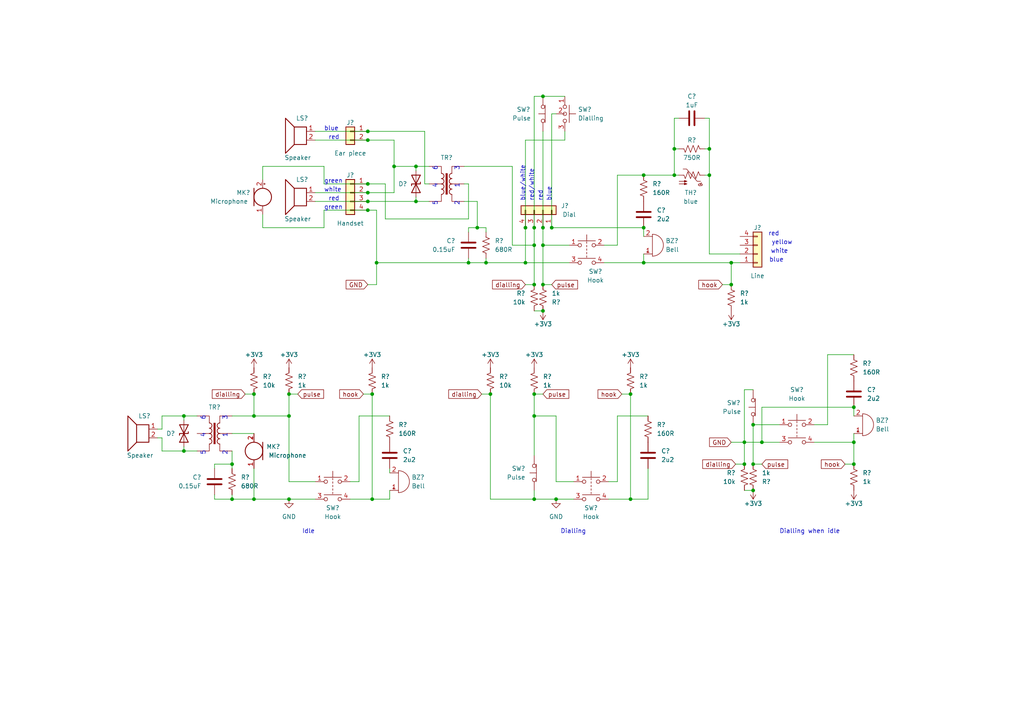
<source format=kicad_sch>
(kicad_sch (version 20211123) (generator eeschema)

  (uuid 9538e4ed-27e6-4c37-b989-9859dc0d49e8)

  (paper "A4")

  (lib_symbols
    (symbol "Connector_Generic:Conn_01x02" (pin_names (offset 1.016) hide) (in_bom yes) (on_board yes)
      (property "Reference" "J" (id 0) (at 0 2.54 0)
        (effects (font (size 1.27 1.27)))
      )
      (property "Value" "Conn_01x02" (id 1) (at 0 -5.08 0)
        (effects (font (size 1.27 1.27)))
      )
      (property "Footprint" "" (id 2) (at 0 0 0)
        (effects (font (size 1.27 1.27)) hide)
      )
      (property "Datasheet" "~" (id 3) (at 0 0 0)
        (effects (font (size 1.27 1.27)) hide)
      )
      (property "ki_keywords" "connector" (id 4) (at 0 0 0)
        (effects (font (size 1.27 1.27)) hide)
      )
      (property "ki_description" "Generic connector, single row, 01x02, script generated (kicad-library-utils/schlib/autogen/connector/)" (id 5) (at 0 0 0)
        (effects (font (size 1.27 1.27)) hide)
      )
      (property "ki_fp_filters" "Connector*:*_1x??_*" (id 6) (at 0 0 0)
        (effects (font (size 1.27 1.27)) hide)
      )
      (symbol "Conn_01x02_1_1"
        (rectangle (start -1.27 -2.413) (end 0 -2.667)
          (stroke (width 0.1524) (type default) (color 0 0 0 0))
          (fill (type none))
        )
        (rectangle (start -1.27 0.127) (end 0 -0.127)
          (stroke (width 0.1524) (type default) (color 0 0 0 0))
          (fill (type none))
        )
        (rectangle (start -1.27 1.27) (end 1.27 -3.81)
          (stroke (width 0.254) (type default) (color 0 0 0 0))
          (fill (type background))
        )
        (pin passive line (at -5.08 0 0) (length 3.81)
          (name "Pin_1" (effects (font (size 1.27 1.27))))
          (number "1" (effects (font (size 1.27 1.27))))
        )
        (pin passive line (at -5.08 -2.54 0) (length 3.81)
          (name "Pin_2" (effects (font (size 1.27 1.27))))
          (number "2" (effects (font (size 1.27 1.27))))
        )
      )
    )
    (symbol "Connector_Generic:Conn_01x04" (pin_names (offset 1.016) hide) (in_bom yes) (on_board yes)
      (property "Reference" "J" (id 0) (at 0 5.08 0)
        (effects (font (size 1.27 1.27)))
      )
      (property "Value" "Conn_01x04" (id 1) (at 0 -7.62 0)
        (effects (font (size 1.27 1.27)))
      )
      (property "Footprint" "" (id 2) (at 0 0 0)
        (effects (font (size 1.27 1.27)) hide)
      )
      (property "Datasheet" "~" (id 3) (at 0 0 0)
        (effects (font (size 1.27 1.27)) hide)
      )
      (property "ki_keywords" "connector" (id 4) (at 0 0 0)
        (effects (font (size 1.27 1.27)) hide)
      )
      (property "ki_description" "Generic connector, single row, 01x04, script generated (kicad-library-utils/schlib/autogen/connector/)" (id 5) (at 0 0 0)
        (effects (font (size 1.27 1.27)) hide)
      )
      (property "ki_fp_filters" "Connector*:*_1x??_*" (id 6) (at 0 0 0)
        (effects (font (size 1.27 1.27)) hide)
      )
      (symbol "Conn_01x04_1_1"
        (rectangle (start -1.27 -4.953) (end 0 -5.207)
          (stroke (width 0.1524) (type default) (color 0 0 0 0))
          (fill (type none))
        )
        (rectangle (start -1.27 -2.413) (end 0 -2.667)
          (stroke (width 0.1524) (type default) (color 0 0 0 0))
          (fill (type none))
        )
        (rectangle (start -1.27 0.127) (end 0 -0.127)
          (stroke (width 0.1524) (type default) (color 0 0 0 0))
          (fill (type none))
        )
        (rectangle (start -1.27 2.667) (end 0 2.413)
          (stroke (width 0.1524) (type default) (color 0 0 0 0))
          (fill (type none))
        )
        (rectangle (start -1.27 3.81) (end 1.27 -6.35)
          (stroke (width 0.254) (type default) (color 0 0 0 0))
          (fill (type background))
        )
        (pin passive line (at -5.08 2.54 0) (length 3.81)
          (name "Pin_1" (effects (font (size 1.27 1.27))))
          (number "1" (effects (font (size 1.27 1.27))))
        )
        (pin passive line (at -5.08 0 0) (length 3.81)
          (name "Pin_2" (effects (font (size 1.27 1.27))))
          (number "2" (effects (font (size 1.27 1.27))))
        )
        (pin passive line (at -5.08 -2.54 0) (length 3.81)
          (name "Pin_3" (effects (font (size 1.27 1.27))))
          (number "3" (effects (font (size 1.27 1.27))))
        )
        (pin passive line (at -5.08 -5.08 0) (length 3.81)
          (name "Pin_4" (effects (font (size 1.27 1.27))))
          (number "4" (effects (font (size 1.27 1.27))))
        )
      )
    )
    (symbol "Device:Buzzer" (pin_names (offset 0.0254) hide) (in_bom yes) (on_board yes)
      (property "Reference" "BZ" (id 0) (at 3.81 1.27 0)
        (effects (font (size 1.27 1.27)) (justify left))
      )
      (property "Value" "Buzzer" (id 1) (at 3.81 -1.27 0)
        (effects (font (size 1.27 1.27)) (justify left))
      )
      (property "Footprint" "" (id 2) (at -0.635 2.54 90)
        (effects (font (size 1.27 1.27)) hide)
      )
      (property "Datasheet" "~" (id 3) (at -0.635 2.54 90)
        (effects (font (size 1.27 1.27)) hide)
      )
      (property "ki_keywords" "quartz resonator ceramic" (id 4) (at 0 0 0)
        (effects (font (size 1.27 1.27)) hide)
      )
      (property "ki_description" "Buzzer, polarized" (id 5) (at 0 0 0)
        (effects (font (size 1.27 1.27)) hide)
      )
      (property "ki_fp_filters" "*Buzzer*" (id 6) (at 0 0 0)
        (effects (font (size 1.27 1.27)) hide)
      )
      (symbol "Buzzer_0_1"
        (arc (start 0 -3.175) (mid 3.175 0) (end 0 3.175)
          (stroke (width 0) (type default) (color 0 0 0 0))
          (fill (type none))
        )
        (polyline
          (pts
            (xy -1.651 1.905)
            (xy -1.143 1.905)
          )
          (stroke (width 0) (type default) (color 0 0 0 0))
          (fill (type none))
        )
        (polyline
          (pts
            (xy -1.397 2.159)
            (xy -1.397 1.651)
          )
          (stroke (width 0) (type default) (color 0 0 0 0))
          (fill (type none))
        )
        (polyline
          (pts
            (xy 0 3.175)
            (xy 0 -3.175)
          )
          (stroke (width 0) (type default) (color 0 0 0 0))
          (fill (type none))
        )
      )
      (symbol "Buzzer_1_1"
        (pin passive line (at -2.54 2.54 0) (length 2.54)
          (name "-" (effects (font (size 1.27 1.27))))
          (number "1" (effects (font (size 1.27 1.27))))
        )
        (pin passive line (at -2.54 -2.54 0) (length 2.54)
          (name "+" (effects (font (size 1.27 1.27))))
          (number "2" (effects (font (size 1.27 1.27))))
        )
      )
    )
    (symbol "Device:C" (pin_numbers hide) (pin_names (offset 0.254)) (in_bom yes) (on_board yes)
      (property "Reference" "C" (id 0) (at 0.635 2.54 0)
        (effects (font (size 1.27 1.27)) (justify left))
      )
      (property "Value" "C" (id 1) (at 0.635 -2.54 0)
        (effects (font (size 1.27 1.27)) (justify left))
      )
      (property "Footprint" "" (id 2) (at 0.9652 -3.81 0)
        (effects (font (size 1.27 1.27)) hide)
      )
      (property "Datasheet" "~" (id 3) (at 0 0 0)
        (effects (font (size 1.27 1.27)) hide)
      )
      (property "ki_keywords" "cap capacitor" (id 4) (at 0 0 0)
        (effects (font (size 1.27 1.27)) hide)
      )
      (property "ki_description" "Unpolarized capacitor" (id 5) (at 0 0 0)
        (effects (font (size 1.27 1.27)) hide)
      )
      (property "ki_fp_filters" "C_*" (id 6) (at 0 0 0)
        (effects (font (size 1.27 1.27)) hide)
      )
      (symbol "C_0_1"
        (polyline
          (pts
            (xy -2.032 -0.762)
            (xy 2.032 -0.762)
          )
          (stroke (width 0.508) (type default) (color 0 0 0 0))
          (fill (type none))
        )
        (polyline
          (pts
            (xy -2.032 0.762)
            (xy 2.032 0.762)
          )
          (stroke (width 0.508) (type default) (color 0 0 0 0))
          (fill (type none))
        )
      )
      (symbol "C_1_1"
        (pin passive line (at 0 3.81 270) (length 2.794)
          (name "~" (effects (font (size 1.27 1.27))))
          (number "1" (effects (font (size 1.27 1.27))))
        )
        (pin passive line (at 0 -3.81 90) (length 2.794)
          (name "~" (effects (font (size 1.27 1.27))))
          (number "2" (effects (font (size 1.27 1.27))))
        )
      )
    )
    (symbol "Device:Microphone" (pin_names (offset 0.0254) hide) (in_bom yes) (on_board yes)
      (property "Reference" "MK" (id 0) (at -3.81 1.27 0)
        (effects (font (size 1.27 1.27)) (justify right))
      )
      (property "Value" "Microphone" (id 1) (at -3.81 -0.635 0)
        (effects (font (size 1.27 1.27)) (justify right))
      )
      (property "Footprint" "" (id 2) (at 0 2.54 90)
        (effects (font (size 1.27 1.27)) hide)
      )
      (property "Datasheet" "~" (id 3) (at 0 2.54 90)
        (effects (font (size 1.27 1.27)) hide)
      )
      (property "ki_keywords" "microphone" (id 4) (at 0 0 0)
        (effects (font (size 1.27 1.27)) hide)
      )
      (property "ki_description" "Microphone" (id 5) (at 0 0 0)
        (effects (font (size 1.27 1.27)) hide)
      )
      (symbol "Microphone_0_1"
        (polyline
          (pts
            (xy -2.54 2.54)
            (xy -2.54 -2.54)
          )
          (stroke (width 0.254) (type default) (color 0 0 0 0))
          (fill (type none))
        )
        (polyline
          (pts
            (xy 0.254 3.81)
            (xy 0.762 3.81)
          )
          (stroke (width 0) (type default) (color 0 0 0 0))
          (fill (type none))
        )
        (polyline
          (pts
            (xy 0.508 4.064)
            (xy 0.508 3.556)
          )
          (stroke (width 0) (type default) (color 0 0 0 0))
          (fill (type none))
        )
        (circle (center 0 0) (radius 2.54)
          (stroke (width 0.254) (type default) (color 0 0 0 0))
          (fill (type none))
        )
      )
      (symbol "Microphone_1_1"
        (pin passive line (at 0 -5.08 90) (length 2.54)
          (name "-" (effects (font (size 1.27 1.27))))
          (number "1" (effects (font (size 1.27 1.27))))
        )
        (pin passive line (at 0 5.08 270) (length 2.54)
          (name "+" (effects (font (size 1.27 1.27))))
          (number "2" (effects (font (size 1.27 1.27))))
        )
      )
    )
    (symbol "Device:R_US" (pin_numbers hide) (pin_names (offset 0)) (in_bom yes) (on_board yes)
      (property "Reference" "R" (id 0) (at 2.54 0 90)
        (effects (font (size 1.27 1.27)))
      )
      (property "Value" "R_US" (id 1) (at -2.54 0 90)
        (effects (font (size 1.27 1.27)))
      )
      (property "Footprint" "" (id 2) (at 1.016 -0.254 90)
        (effects (font (size 1.27 1.27)) hide)
      )
      (property "Datasheet" "~" (id 3) (at 0 0 0)
        (effects (font (size 1.27 1.27)) hide)
      )
      (property "ki_keywords" "R res resistor" (id 4) (at 0 0 0)
        (effects (font (size 1.27 1.27)) hide)
      )
      (property "ki_description" "Resistor, US symbol" (id 5) (at 0 0 0)
        (effects (font (size 1.27 1.27)) hide)
      )
      (property "ki_fp_filters" "R_*" (id 6) (at 0 0 0)
        (effects (font (size 1.27 1.27)) hide)
      )
      (symbol "R_US_0_1"
        (polyline
          (pts
            (xy 0 -2.286)
            (xy 0 -2.54)
          )
          (stroke (width 0) (type default) (color 0 0 0 0))
          (fill (type none))
        )
        (polyline
          (pts
            (xy 0 2.286)
            (xy 0 2.54)
          )
          (stroke (width 0) (type default) (color 0 0 0 0))
          (fill (type none))
        )
        (polyline
          (pts
            (xy 0 -0.762)
            (xy 1.016 -1.143)
            (xy 0 -1.524)
            (xy -1.016 -1.905)
            (xy 0 -2.286)
          )
          (stroke (width 0) (type default) (color 0 0 0 0))
          (fill (type none))
        )
        (polyline
          (pts
            (xy 0 0.762)
            (xy 1.016 0.381)
            (xy 0 0)
            (xy -1.016 -0.381)
            (xy 0 -0.762)
          )
          (stroke (width 0) (type default) (color 0 0 0 0))
          (fill (type none))
        )
        (polyline
          (pts
            (xy 0 2.286)
            (xy 1.016 1.905)
            (xy 0 1.524)
            (xy -1.016 1.143)
            (xy 0 0.762)
          )
          (stroke (width 0) (type default) (color 0 0 0 0))
          (fill (type none))
        )
      )
      (symbol "R_US_1_1"
        (pin passive line (at 0 3.81 270) (length 1.27)
          (name "~" (effects (font (size 1.27 1.27))))
          (number "1" (effects (font (size 1.27 1.27))))
        )
        (pin passive line (at 0 -3.81 90) (length 1.27)
          (name "~" (effects (font (size 1.27 1.27))))
          (number "2" (effects (font (size 1.27 1.27))))
        )
      )
    )
    (symbol "Device:Speaker" (pin_names (offset 0) hide) (in_bom yes) (on_board yes)
      (property "Reference" "LS" (id 0) (at 1.27 5.715 0)
        (effects (font (size 1.27 1.27)) (justify right))
      )
      (property "Value" "Speaker" (id 1) (at 1.27 3.81 0)
        (effects (font (size 1.27 1.27)) (justify right))
      )
      (property "Footprint" "" (id 2) (at 0 -5.08 0)
        (effects (font (size 1.27 1.27)) hide)
      )
      (property "Datasheet" "~" (id 3) (at -0.254 -1.27 0)
        (effects (font (size 1.27 1.27)) hide)
      )
      (property "ki_keywords" "speaker sound" (id 4) (at 0 0 0)
        (effects (font (size 1.27 1.27)) hide)
      )
      (property "ki_description" "Speaker" (id 5) (at 0 0 0)
        (effects (font (size 1.27 1.27)) hide)
      )
      (symbol "Speaker_0_0"
        (rectangle (start -2.54 1.27) (end 1.016 -3.81)
          (stroke (width 0.254) (type default) (color 0 0 0 0))
          (fill (type none))
        )
        (polyline
          (pts
            (xy 1.016 1.27)
            (xy 3.556 3.81)
            (xy 3.556 -6.35)
            (xy 1.016 -3.81)
          )
          (stroke (width 0.254) (type default) (color 0 0 0 0))
          (fill (type none))
        )
      )
      (symbol "Speaker_1_1"
        (pin input line (at -5.08 0 0) (length 2.54)
          (name "1" (effects (font (size 1.27 1.27))))
          (number "1" (effects (font (size 1.27 1.27))))
        )
        (pin input line (at -5.08 -2.54 0) (length 2.54)
          (name "2" (effects (font (size 1.27 1.27))))
          (number "2" (effects (font (size 1.27 1.27))))
        )
      )
    )
    (symbol "Device:Thermistor_PTC_US" (pin_numbers hide) (pin_names (offset 0)) (in_bom yes) (on_board yes)
      (property "Reference" "TH" (id 0) (at -4.064 0 90)
        (effects (font (size 1.27 1.27)))
      )
      (property "Value" "Thermistor_PTC_US" (id 1) (at 3.048 0 90)
        (effects (font (size 1.27 1.27)))
      )
      (property "Footprint" "" (id 2) (at 1.27 -5.08 0)
        (effects (font (size 1.27 1.27)) (justify left) hide)
      )
      (property "Datasheet" "~" (id 3) (at 0 0 0)
        (effects (font (size 1.27 1.27)) hide)
      )
      (property "ki_keywords" "resistor PTC thermistor sensor RTD" (id 4) (at 0 0 0)
        (effects (font (size 1.27 1.27)) hide)
      )
      (property "ki_description" "Temperature dependent resistor, positive temperature coefficient, US symbol" (id 5) (at 0 0 0)
        (effects (font (size 1.27 1.27)) hide)
      )
      (property "ki_fp_filters" "*PTC* *Thermistor* PIN?ARRAY* bornier* *Terminal?Block* R_*" (id 6) (at 0 0 0)
        (effects (font (size 1.27 1.27)) hide)
      )
      (symbol "Thermistor_PTC_US_0_1"
        (arc (start -3.048 2.159) (mid -3.0505 2.3165) (end -3.175 2.413)
          (stroke (width 0) (type default) (color 0 0 0 0))
          (fill (type none))
        )
        (arc (start -3.048 2.159) (mid -2.9736 1.9794) (end -2.794 1.905)
          (stroke (width 0) (type default) (color 0 0 0 0))
          (fill (type none))
        )
        (arc (start -3.048 2.794) (mid -2.9736 2.6144) (end -2.794 2.54)
          (stroke (width 0) (type default) (color 0 0 0 0))
          (fill (type none))
        )
        (arc (start -2.794 1.905) (mid -2.6144 1.9794) (end -2.54 2.159)
          (stroke (width 0) (type default) (color 0 0 0 0))
          (fill (type none))
        )
        (arc (start -2.794 2.54) (mid -2.434 2.5608) (end -2.159 2.794)
          (stroke (width 0) (type default) (color 0 0 0 0))
          (fill (type none))
        )
        (arc (start -2.794 3.048) (mid -2.9736 2.9736) (end -3.048 2.794)
          (stroke (width 0) (type default) (color 0 0 0 0))
          (fill (type none))
        )
        (arc (start -2.54 2.794) (mid -2.6144 2.9736) (end -2.794 3.048)
          (stroke (width 0) (type default) (color 0 0 0 0))
          (fill (type none))
        )
        (polyline
          (pts
            (xy -2.54 2.159)
            (xy -2.54 2.794)
          )
          (stroke (width 0) (type default) (color 0 0 0 0))
          (fill (type none))
        )
        (polyline
          (pts
            (xy 0 -2.286)
            (xy 0 -2.54)
          )
          (stroke (width 0) (type default) (color 0 0 0 0))
          (fill (type none))
        )
        (polyline
          (pts
            (xy 0 2.286)
            (xy 0 2.54)
          )
          (stroke (width 0) (type default) (color 0 0 0 0))
          (fill (type none))
        )
        (polyline
          (pts
            (xy -1.778 2.54)
            (xy -1.778 1.524)
            (xy 1.778 -1.524)
            (xy 1.778 -2.54)
          )
          (stroke (width 0) (type default) (color 0 0 0 0))
          (fill (type none))
        )
        (polyline
          (pts
            (xy 0 -0.762)
            (xy 1.016 -1.143)
            (xy 0 -1.524)
            (xy -1.016 -1.905)
            (xy 0 -2.286)
          )
          (stroke (width 0) (type default) (color 0 0 0 0))
          (fill (type none))
        )
        (polyline
          (pts
            (xy 0 0.762)
            (xy 1.016 0.381)
            (xy 0 0)
            (xy -1.016 -0.381)
            (xy 0 -0.762)
          )
          (stroke (width 0) (type default) (color 0 0 0 0))
          (fill (type none))
        )
        (polyline
          (pts
            (xy 0 2.286)
            (xy 1.016 1.905)
            (xy 0 1.524)
            (xy -1.016 1.143)
            (xy 0 0.762)
          )
          (stroke (width 0) (type default) (color 0 0 0 0))
          (fill (type none))
        )
        (polyline
          (pts
            (xy -2.54 -3.683)
            (xy -2.54 -1.397)
            (xy -2.794 -2.159)
            (xy -2.286 -2.159)
            (xy -2.54 -1.397)
            (xy -2.54 -1.651)
          )
          (stroke (width 0) (type default) (color 0 0 0 0))
          (fill (type outline))
        )
        (polyline
          (pts
            (xy -1.778 -3.683)
            (xy -1.778 -1.397)
            (xy -2.032 -2.159)
            (xy -1.524 -2.159)
            (xy -1.778 -1.397)
            (xy -1.778 -1.651)
          )
          (stroke (width 0) (type default) (color 0 0 0 0))
          (fill (type outline))
        )
      )
      (symbol "Thermistor_PTC_US_1_1"
        (pin passive line (at 0 3.81 270) (length 1.27)
          (name "~" (effects (font (size 1.27 1.27))))
          (number "1" (effects (font (size 1.27 1.27))))
        )
        (pin passive line (at 0 -3.81 90) (length 1.27)
          (name "~" (effects (font (size 1.27 1.27))))
          (number "2" (effects (font (size 1.27 1.27))))
        )
      )
    )
    (symbol "Diode:1N630xCA" (pin_numbers hide) (pin_names (offset 1.016) hide) (in_bom yes) (on_board yes)
      (property "Reference" "D" (id 0) (at 0 2.54 0)
        (effects (font (size 1.27 1.27)))
      )
      (property "Value" "1N630xCA" (id 1) (at 0 -2.54 0)
        (effects (font (size 1.27 1.27)))
      )
      (property "Footprint" "Diode_THT:D_DO-201AE_P15.24mm_Horizontal" (id 2) (at 0 -5.08 0)
        (effects (font (size 1.27 1.27)) hide)
      )
      (property "Datasheet" "https://www.vishay.com/docs/88301/15ke.pdf" (id 3) (at 0 0 0)
        (effects (font (size 1.27 1.27)) hide)
      )
      (property "ki_keywords" "diode TVS voltage suppressor" (id 4) (at 0 0 0)
        (effects (font (size 1.27 1.27)) hide)
      )
      (property "ki_description" "1500W bidirectional TRANSZORB® Transient Voltage Suppressor, DO-201AE" (id 5) (at 0 0 0)
        (effects (font (size 1.27 1.27)) hide)
      )
      (property "ki_fp_filters" "D?DO?201AE*" (id 6) (at 0 0 0)
        (effects (font (size 1.27 1.27)) hide)
      )
      (symbol "1N630xCA_0_1"
        (polyline
          (pts
            (xy 1.27 0)
            (xy -1.27 0)
          )
          (stroke (width 0) (type default) (color 0 0 0 0))
          (fill (type none))
        )
        (polyline
          (pts
            (xy -2.54 -1.27)
            (xy 0 0)
            (xy -2.54 1.27)
            (xy -2.54 -1.27)
          )
          (stroke (width 0.254) (type default) (color 0 0 0 0))
          (fill (type none))
        )
        (polyline
          (pts
            (xy 0.508 1.27)
            (xy 0 1.27)
            (xy 0 -1.27)
            (xy -0.508 -1.27)
          )
          (stroke (width 0.254) (type default) (color 0 0 0 0))
          (fill (type none))
        )
        (polyline
          (pts
            (xy 2.54 1.27)
            (xy 2.54 -1.27)
            (xy 0 0)
            (xy 2.54 1.27)
          )
          (stroke (width 0.254) (type default) (color 0 0 0 0))
          (fill (type none))
        )
      )
      (symbol "1N630xCA_1_1"
        (pin passive line (at -3.81 0 0) (length 2.54)
          (name "A1" (effects (font (size 1.27 1.27))))
          (number "1" (effects (font (size 1.27 1.27))))
        )
        (pin passive line (at 3.81 0 180) (length 2.54)
          (name "A2" (effects (font (size 1.27 1.27))))
          (number "2" (effects (font (size 1.27 1.27))))
        )
      )
    )
    (symbol "Switch:SW_Push_Dual" (pin_names (offset 1.016) hide) (in_bom yes) (on_board yes)
      (property "Reference" "SW" (id 0) (at 1.27 2.54 0)
        (effects (font (size 1.27 1.27)) (justify left))
      )
      (property "Value" "SW_Push_Dual" (id 1) (at 0 -6.858 0)
        (effects (font (size 1.27 1.27)))
      )
      (property "Footprint" "" (id 2) (at 0 5.08 0)
        (effects (font (size 1.27 1.27)) hide)
      )
      (property "Datasheet" "~" (id 3) (at 0 5.08 0)
        (effects (font (size 1.27 1.27)) hide)
      )
      (property "ki_keywords" "switch normally-open pushbutton push-button" (id 4) (at 0 0 0)
        (effects (font (size 1.27 1.27)) hide)
      )
      (property "ki_description" "Push button switch, generic, symbol, four pins" (id 5) (at 0 0 0)
        (effects (font (size 1.27 1.27)) hide)
      )
      (symbol "SW_Push_Dual_0_1"
        (circle (center -2.032 -5.08) (radius 0.508)
          (stroke (width 0) (type default) (color 0 0 0 0))
          (fill (type none))
        )
        (circle (center -2.032 0) (radius 0.508)
          (stroke (width 0) (type default) (color 0 0 0 0))
          (fill (type none))
        )
        (polyline
          (pts
            (xy 0 -3.048)
            (xy 0 -3.556)
          )
          (stroke (width 0) (type default) (color 0 0 0 0))
          (fill (type none))
        )
        (polyline
          (pts
            (xy 0 -2.032)
            (xy 0 -2.54)
          )
          (stroke (width 0) (type default) (color 0 0 0 0))
          (fill (type none))
        )
        (polyline
          (pts
            (xy 0 -1.524)
            (xy 0 -1.016)
          )
          (stroke (width 0) (type default) (color 0 0 0 0))
          (fill (type none))
        )
        (polyline
          (pts
            (xy 0 -0.508)
            (xy 0 0)
          )
          (stroke (width 0) (type default) (color 0 0 0 0))
          (fill (type none))
        )
        (polyline
          (pts
            (xy 0 0.508)
            (xy 0 1.016)
          )
          (stroke (width 0) (type default) (color 0 0 0 0))
          (fill (type none))
        )
        (polyline
          (pts
            (xy 0 1.27)
            (xy 0 3.048)
          )
          (stroke (width 0) (type default) (color 0 0 0 0))
          (fill (type none))
        )
        (polyline
          (pts
            (xy 2.54 -3.81)
            (xy -2.54 -3.81)
          )
          (stroke (width 0) (type default) (color 0 0 0 0))
          (fill (type none))
        )
        (polyline
          (pts
            (xy 2.54 1.27)
            (xy -2.54 1.27)
          )
          (stroke (width 0) (type default) (color 0 0 0 0))
          (fill (type none))
        )
        (circle (center 2.032 -5.08) (radius 0.508)
          (stroke (width 0) (type default) (color 0 0 0 0))
          (fill (type none))
        )
        (circle (center 2.032 0) (radius 0.508)
          (stroke (width 0) (type default) (color 0 0 0 0))
          (fill (type none))
        )
        (pin passive line (at -5.08 0 0) (length 2.54)
          (name "1" (effects (font (size 1.27 1.27))))
          (number "1" (effects (font (size 1.27 1.27))))
        )
        (pin passive line (at 5.08 0 180) (length 2.54)
          (name "2" (effects (font (size 1.27 1.27))))
          (number "2" (effects (font (size 1.27 1.27))))
        )
        (pin passive line (at -5.08 -5.08 0) (length 2.54)
          (name "3" (effects (font (size 1.27 1.27))))
          (number "3" (effects (font (size 1.27 1.27))))
        )
        (pin passive line (at 5.08 -5.08 180) (length 2.54)
          (name "4" (effects (font (size 1.27 1.27))))
          (number "4" (effects (font (size 1.27 1.27))))
        )
      )
    )
    (symbol "Switch:SW_Push_Open" (pin_numbers hide) (pin_names (offset 1.016) hide) (in_bom yes) (on_board yes)
      (property "Reference" "SW" (id 0) (at 0 2.54 0)
        (effects (font (size 1.27 1.27)))
      )
      (property "Value" "SW_Push_Open" (id 1) (at 0 -1.905 0)
        (effects (font (size 1.27 1.27)))
      )
      (property "Footprint" "" (id 2) (at 0 5.08 0)
        (effects (font (size 1.27 1.27)) hide)
      )
      (property "Datasheet" "~" (id 3) (at 0 5.08 0)
        (effects (font (size 1.27 1.27)) hide)
      )
      (property "ki_keywords" "switch normally-closed pushbutton push-button" (id 4) (at 0 0 0)
        (effects (font (size 1.27 1.27)) hide)
      )
      (property "ki_description" "Push button switch, push-to-open, generic, two pins" (id 5) (at 0 0 0)
        (effects (font (size 1.27 1.27)) hide)
      )
      (symbol "SW_Push_Open_0_1"
        (circle (center -2.032 0) (radius 0.508)
          (stroke (width 0) (type default) (color 0 0 0 0))
          (fill (type none))
        )
        (polyline
          (pts
            (xy -2.54 -0.635)
            (xy 2.54 -0.635)
          )
          (stroke (width 0) (type default) (color 0 0 0 0))
          (fill (type none))
        )
        (polyline
          (pts
            (xy 0 -0.635)
            (xy 0 1.27)
          )
          (stroke (width 0) (type default) (color 0 0 0 0))
          (fill (type none))
        )
        (circle (center 2.032 0) (radius 0.508)
          (stroke (width 0) (type default) (color 0 0 0 0))
          (fill (type none))
        )
        (pin passive line (at -5.08 0 0) (length 2.54)
          (name "A" (effects (font (size 1.27 1.27))))
          (number "1" (effects (font (size 1.27 1.27))))
        )
      )
      (symbol "SW_Push_Open_1_1"
        (pin passive line (at 5.08 0 180) (length 2.54)
          (name "B" (effects (font (size 1.27 1.27))))
          (number "2" (effects (font (size 1.27 1.27))))
        )
      )
    )
    (symbol "Transformer:TRANSF5" (pin_numbers hide) (pin_names (offset 0)) (in_bom yes) (on_board yes)
      (property "Reference" "TR" (id 0) (at 0 6.35 0)
        (effects (font (size 1.27 1.27)))
      )
      (property "Value" "TRANSF5" (id 1) (at 0 -6.35 0)
        (effects (font (size 1.27 1.27)))
      )
      (property "Footprint" "" (id 2) (at 0 0 0)
        (effects (font (size 1.27 1.27)) hide)
      )
      (property "Datasheet" "" (id 3) (at 0 0 0)
        (effects (font (size 1.27 1.27)) hide)
      )
      (symbol "TRANSF5_0_1"
        (arc (start -1.524 -3.048) (mid -0.762 -2.286) (end -1.524 -1.524)
          (stroke (width 0.2032) (type default) (color 0 0 0 0))
          (fill (type none))
        )
        (arc (start -1.524 -1.524) (mid -0.762 -0.762) (end -1.524 0)
          (stroke (width 0.2032) (type default) (color 0 0 0 0))
          (fill (type none))
        )
        (arc (start -1.524 0) (mid -0.762 0.762) (end -1.524 1.524)
          (stroke (width 0.2032) (type default) (color 0 0 0 0))
          (fill (type none))
        )
        (arc (start -1.524 1.524) (mid -0.762 2.286) (end -1.524 3.048)
          (stroke (width 0.2032) (type default) (color 0 0 0 0))
          (fill (type none))
        )
        (rectangle (start -0.254 3.048) (end 0.254 -3.048)
          (stroke (width 0.0254) (type default) (color 0 0 0 0))
          (fill (type outline))
        )
        (polyline
          (pts
            (xy -1.524 0)
            (xy -2.54 0)
            (xy -2.54 0)
          )
          (stroke (width 0) (type default) (color 0 0 0 0))
          (fill (type outline))
        )
        (polyline
          (pts
            (xy 1.524 0)
            (xy 2.54 0)
            (xy 2.54 0)
          )
          (stroke (width 0) (type default) (color 0 0 0 0))
          (fill (type outline))
        )
        (polyline
          (pts
            (xy -2.54 5.08)
            (xy -1.524 5.08)
            (xy -1.524 3.048)
            (xy -1.524 3.048)
          )
          (stroke (width 0.1524) (type default) (color 0 0 0 0))
          (fill (type none))
        )
        (polyline
          (pts
            (xy -1.524 -3.048)
            (xy -1.524 -5.08)
            (xy -2.54 -5.08)
            (xy -2.54 -5.08)
          )
          (stroke (width 0.1524) (type default) (color 0 0 0 0))
          (fill (type none))
        )
        (polyline
          (pts
            (xy 1.524 3.048)
            (xy 1.524 5.08)
            (xy 2.54 5.08)
            (xy 2.54 5.08)
          )
          (stroke (width 0.1524) (type default) (color 0 0 0 0))
          (fill (type none))
        )
        (polyline
          (pts
            (xy 2.54 -5.08)
            (xy 1.524 -5.08)
            (xy 1.524 -3.048)
            (xy 1.524 -3.048)
          )
          (stroke (width 0.1524) (type default) (color 0 0 0 0))
          (fill (type none))
        )
        (arc (start 1.524 -1.524) (mid 0.762 -2.286) (end 1.524 -3.048)
          (stroke (width 0.2032) (type default) (color 0 0 0 0))
          (fill (type none))
        )
        (arc (start 1.524 0) (mid 0.762 -0.762) (end 1.524 -1.524)
          (stroke (width 0.2032) (type default) (color 0 0 0 0))
          (fill (type none))
        )
        (arc (start 1.524 1.524) (mid 0.762 0.762) (end 1.524 0)
          (stroke (width 0.2032) (type default) (color 0 0 0 0))
          (fill (type none))
        )
        (arc (start 1.524 3.048) (mid 0.762 2.286) (end 1.524 1.524)
          (stroke (width 0.2032) (type default) (color 0 0 0 0))
          (fill (type none))
        )
      )
      (symbol "TRANSF5_1_1"
        (pin passive line (at -5.08 5.08 0) (length 2.54)
          (name "~" (effects (font (size 1.27 1.27))))
          (number "1" (effects (font (size 1.27 1.27))))
        )
        (pin passive line (at -5.08 0 0) (length 2.54)
          (name "~" (effects (font (size 1.27 1.27))))
          (number "2" (effects (font (size 1.27 1.27))))
        )
        (pin passive line (at -5.08 -5.08 0) (length 2.54)
          (name "~" (effects (font (size 1.27 1.27))))
          (number "3" (effects (font (size 1.27 1.27))))
        )
        (pin passive line (at 5.08 -5.08 180) (length 2.54)
          (name "~" (effects (font (size 1.27 1.27))))
          (number "4" (effects (font (size 1.27 1.27))))
        )
        (pin passive line (at 5.08 0 180) (length 2.54)
          (name "~" (effects (font (size 1.27 1.27))))
          (number "5" (effects (font (size 1.27 1.27))))
        )
        (pin passive line (at 5.08 5.08 180) (length 2.54)
          (name "~" (effects (font (size 1.27 1.27))))
          (number "6" (effects (font (size 1.27 1.27))))
        )
      )
    )
    (symbol "cpv:switch_push_close_triple" (in_bom yes) (on_board yes)
      (property "Reference" "SW" (id 0) (at 0 2.54 0)
        (effects (font (size 1.27 1.27)))
      )
      (property "Value" "switch_push_close_triple" (id 1) (at 0 1.27 0)
        (effects (font (size 1.27 1.27)))
      )
      (property "Footprint" "" (id 2) (at 0 0 0)
        (effects (font (size 1.27 1.27)) hide)
      )
      (property "Datasheet" "" (id 3) (at 0 0 0)
        (effects (font (size 1.27 1.27)) hide)
      )
      (symbol "switch_push_close_triple_0_1"
        (circle (center -2.032 -3.81) (radius 0.508)
          (stroke (width 0) (type default) (color 0 0 0 0))
          (fill (type none))
        )
        (circle (center 0 -3.81) (radius 0.508)
          (stroke (width 0) (type default) (color 0 0 0 0))
          (fill (type none))
        )
        (polyline
          (pts
            (xy -2.54 -2.54)
            (xy 2.54 -2.54)
          )
          (stroke (width 0) (type default) (color 0 0 0 0))
          (fill (type none))
        )
        (polyline
          (pts
            (xy 0 -2.54)
            (xy 0 -0.635)
          )
          (stroke (width 0) (type default) (color 0 0 0 0))
          (fill (type none))
        )
        (circle (center 2.032 -3.81) (radius 0.508)
          (stroke (width 0) (type default) (color 0 0 0 0))
          (fill (type none))
        )
        (pin passive line (at -5.08 -3.81 0) (length 2.54)
          (name "" (effects (font (size 1.27 1.27))))
          (number "1" (effects (font (size 1.27 1.27))))
        )
        (pin passive line (at 0 -6.35 90) (length 2.54)
          (name "" (effects (font (size 1.27 1.27))))
          (number "2" (effects (font (size 1.27 1.27))))
        )
      )
      (symbol "switch_push_close_triple_1_1"
        (pin passive line (at 5.08 -3.81 180) (length 2.54)
          (name "" (effects (font (size 1.27 1.27))))
          (number "3" (effects (font (size 1.27 1.27))))
        )
      )
    )
    (symbol "power:+3V3" (power) (pin_names (offset 0)) (in_bom yes) (on_board yes)
      (property "Reference" "#PWR" (id 0) (at 0 -3.81 0)
        (effects (font (size 1.27 1.27)) hide)
      )
      (property "Value" "+3V3" (id 1) (at 0 3.556 0)
        (effects (font (size 1.27 1.27)))
      )
      (property "Footprint" "" (id 2) (at 0 0 0)
        (effects (font (size 1.27 1.27)) hide)
      )
      (property "Datasheet" "" (id 3) (at 0 0 0)
        (effects (font (size 1.27 1.27)) hide)
      )
      (property "ki_keywords" "power-flag" (id 4) (at 0 0 0)
        (effects (font (size 1.27 1.27)) hide)
      )
      (property "ki_description" "Power symbol creates a global label with name \"+3V3\"" (id 5) (at 0 0 0)
        (effects (font (size 1.27 1.27)) hide)
      )
      (symbol "+3V3_0_1"
        (polyline
          (pts
            (xy -0.762 1.27)
            (xy 0 2.54)
          )
          (stroke (width 0) (type default) (color 0 0 0 0))
          (fill (type none))
        )
        (polyline
          (pts
            (xy 0 0)
            (xy 0 2.54)
          )
          (stroke (width 0) (type default) (color 0 0 0 0))
          (fill (type none))
        )
        (polyline
          (pts
            (xy 0 2.54)
            (xy 0.762 1.27)
          )
          (stroke (width 0) (type default) (color 0 0 0 0))
          (fill (type none))
        )
      )
      (symbol "+3V3_1_1"
        (pin power_in line (at 0 0 90) (length 0) hide
          (name "+3V3" (effects (font (size 1.27 1.27))))
          (number "1" (effects (font (size 1.27 1.27))))
        )
      )
    )
    (symbol "power:GND" (power) (pin_names (offset 0)) (in_bom yes) (on_board yes)
      (property "Reference" "#PWR" (id 0) (at 0 -6.35 0)
        (effects (font (size 1.27 1.27)) hide)
      )
      (property "Value" "GND" (id 1) (at 0 -3.81 0)
        (effects (font (size 1.27 1.27)))
      )
      (property "Footprint" "" (id 2) (at 0 0 0)
        (effects (font (size 1.27 1.27)) hide)
      )
      (property "Datasheet" "" (id 3) (at 0 0 0)
        (effects (font (size 1.27 1.27)) hide)
      )
      (property "ki_keywords" "power-flag" (id 4) (at 0 0 0)
        (effects (font (size 1.27 1.27)) hide)
      )
      (property "ki_description" "Power symbol creates a global label with name \"GND\" , ground" (id 5) (at 0 0 0)
        (effects (font (size 1.27 1.27)) hide)
      )
      (symbol "GND_0_1"
        (polyline
          (pts
            (xy 0 0)
            (xy 0 -1.27)
            (xy 1.27 -1.27)
            (xy 0 -2.54)
            (xy -1.27 -1.27)
            (xy 0 -1.27)
          )
          (stroke (width 0) (type default) (color 0 0 0 0))
          (fill (type none))
        )
      )
      (symbol "GND_1_1"
        (pin power_in line (at 0 0 270) (length 0) hide
          (name "GND" (effects (font (size 1.27 1.27))))
          (number "1" (effects (font (size 1.27 1.27))))
        )
      )
    )
  )

  (junction (at 107.95 114.3) (diameter 0) (color 0 0 0 0)
    (uuid 042c2440-1d50-425d-a95b-7f3ddd5d7845)
  )
  (junction (at 106.68 53.34) (diameter 0) (color 0 0 0 0)
    (uuid 092c85e2-e880-4e93-851a-bef5ed7d4bbb)
  )
  (junction (at 53.34 130.81) (diameter 0) (color 0 0 0 0)
    (uuid 0a57a69b-35a9-4aa5-9079-d2710a23db3f)
  )
  (junction (at 157.48 66.04) (diameter 0) (color 0 0 0 0)
    (uuid 167be123-2c59-4062-adc3-48d16869f8d5)
  )
  (junction (at 152.4 66.04) (diameter 0) (color 0 0 0 0)
    (uuid 19cff83b-87bb-428c-a647-3d04122e28c6)
  )
  (junction (at 157.48 82.55) (diameter 0) (color 0 0 0 0)
    (uuid 1c8b7a61-edd0-4ca6-a92e-036cdd3837b3)
  )
  (junction (at 154.94 66.04) (diameter 0) (color 0 0 0 0)
    (uuid 20dc4e79-0826-4185-ab16-306c72f0dbf4)
  )
  (junction (at 73.66 144.78) (diameter 0) (color 0 0 0 0)
    (uuid 215a5a4e-007b-4a58-be54-df1bb5a3b34b)
  )
  (junction (at 83.82 114.3) (diameter 0) (color 0 0 0 0)
    (uuid 2787d12f-0cf1-499e-bca3-eafb502d27af)
  )
  (junction (at 53.34 120.65) (diameter 0) (color 0 0 0 0)
    (uuid 29748f9d-6fff-447e-9983-4250723b50aa)
  )
  (junction (at 67.31 134.62) (diameter 0) (color 0 0 0 0)
    (uuid 31cac15e-bcad-4ac1-ba6d-6a7d3365c9db)
  )
  (junction (at 154.94 120.65) (diameter 0) (color 0 0 0 0)
    (uuid 348c921b-6bd3-4ef7-b18c-cb4e0f06e2e9)
  )
  (junction (at 106.68 58.42) (diameter 0) (color 0 0 0 0)
    (uuid 3bc124d7-f8fe-46e4-bade-3eb6c8f4abd7)
  )
  (junction (at 215.9 134.62) (diameter 0) (color 0 0 0 0)
    (uuid 3c872e2f-7df3-420a-99df-3d52a94c0e4a)
  )
  (junction (at 157.48 27.94) (diameter 0) (color 0 0 0 0)
    (uuid 44321575-ee2c-4699-8ae5-144aeed33381)
  )
  (junction (at 247.65 128.27) (diameter 0) (color 0 0 0 0)
    (uuid 4c875e2e-fe6e-42b7-afdd-a1b54e1e9cf0)
  )
  (junction (at 218.44 123.19) (diameter 0) (color 0 0 0 0)
    (uuid 4dac7eff-e9ee-4367-8599-8cc7d6016934)
  )
  (junction (at 154.94 114.3) (diameter 0) (color 0 0 0 0)
    (uuid 505c1436-07a4-42be-aef6-4ce1e88d7aa2)
  )
  (junction (at 157.48 90.17) (diameter 0) (color 0 0 0 0)
    (uuid 5280db40-6771-4e42-9d38-9512655bda8e)
  )
  (junction (at 154.94 144.78) (diameter 0) (color 0 0 0 0)
    (uuid 5762dd9b-5e2c-4324-9ddc-cec739047ca6)
  )
  (junction (at 215.9 128.27) (diameter 0) (color 0 0 0 0)
    (uuid 5dba11d7-9763-44d1-8e62-04af9b0cfd95)
  )
  (junction (at 120.65 58.42) (diameter 0) (color 0 0 0 0)
    (uuid 5df3ac75-5ab8-480c-9a5b-de21f9f85104)
  )
  (junction (at 205.74 43.18) (diameter 0) (color 0 0 0 0)
    (uuid 6b5f524c-e129-478f-b953-bf349f475dfb)
  )
  (junction (at 218.44 142.24) (diameter 0) (color 0 0 0 0)
    (uuid 6d34a0ca-c202-44b6-ba7d-6a8aae0c16d7)
  )
  (junction (at 182.88 144.78) (diameter 0) (color 0 0 0 0)
    (uuid 6e95958a-eb95-4e1e-885a-c3faf140229e)
  )
  (junction (at 220.98 128.27) (diameter 0) (color 0 0 0 0)
    (uuid 6f3f9625-02e1-491c-b6f1-0467caf41bd7)
  )
  (junction (at 106.68 40.64) (diameter 0) (color 0 0 0 0)
    (uuid 6f5d037a-8100-454e-a4be-9324a5d1489e)
  )
  (junction (at 107.95 144.78) (diameter 0) (color 0 0 0 0)
    (uuid 7182bb17-86fe-469f-9a96-bad961eb0c8e)
  )
  (junction (at 73.66 120.65) (diameter 0) (color 0 0 0 0)
    (uuid 7426831e-0f7f-46ad-96fb-38a50cc96f8f)
  )
  (junction (at 83.82 120.65) (diameter 0) (color 0 0 0 0)
    (uuid 752c6d28-9c10-476f-b8e0-b944e6265ec5)
  )
  (junction (at 140.97 76.2) (diameter 0) (color 0 0 0 0)
    (uuid 76cae1b5-a024-4bde-989b-5ff609e0e526)
  )
  (junction (at 106.68 38.1) (diameter 0) (color 0 0 0 0)
    (uuid 7d5c4ff0-07de-4bef-a205-71c6f4a41004)
  )
  (junction (at 154.94 82.55) (diameter 0) (color 0 0 0 0)
    (uuid 83ab9ed3-2fd3-41f3-8528-7db2f900ed57)
  )
  (junction (at 160.02 66.04) (diameter 0) (color 0 0 0 0)
    (uuid 8dcf766e-3cc2-4d1d-9cc9-8830dad16fb4)
  )
  (junction (at 120.65 48.26) (diameter 0) (color 0 0 0 0)
    (uuid 90cec321-4c1d-4458-9d33-0f5c71ef6b0a)
  )
  (junction (at 212.09 82.55) (diameter 0) (color 0 0 0 0)
    (uuid 9567622c-aa22-41c6-95ef-cc7a126bcb43)
  )
  (junction (at 218.44 134.62) (diameter 0) (color 0 0 0 0)
    (uuid 9a95570f-dfd1-4858-a08f-4ab6458f4945)
  )
  (junction (at 195.58 50.8) (diameter 0) (color 0 0 0 0)
    (uuid a1805d3e-7a23-4b9c-a932-fe0a49eb8fac)
  )
  (junction (at 114.3 48.26) (diameter 0) (color 0 0 0 0)
    (uuid a2665331-e06a-4948-bd7c-e3a6a5a1b03a)
  )
  (junction (at 247.65 134.62) (diameter 0) (color 0 0 0 0)
    (uuid a2bcf93f-6f8d-44fc-93f9-e51ef8a33128)
  )
  (junction (at 73.66 114.3) (diameter 0) (color 0 0 0 0)
    (uuid a35f25bd-6a79-480a-b757-1f975abff0cd)
  )
  (junction (at 83.82 144.78) (diameter 0) (color 0 0 0 0)
    (uuid a59514cf-d331-4f0d-9b76-62be346adfcc)
  )
  (junction (at 247.65 118.11) (diameter 0) (color 0 0 0 0)
    (uuid a8dd2664-75a5-4a3a-b8a2-ffc18438addd)
  )
  (junction (at 106.68 55.88) (diameter 0) (color 0 0 0 0)
    (uuid aae19ede-3d38-46ec-83f3-9ee7717d98b6)
  )
  (junction (at 142.24 114.3) (diameter 0) (color 0 0 0 0)
    (uuid abd8f902-798d-476f-8a93-205d92de017c)
  )
  (junction (at 135.89 76.2) (diameter 0) (color 0 0 0 0)
    (uuid ac08134c-9304-45f5-bf11-042cbfd76c0c)
  )
  (junction (at 161.29 144.78) (diameter 0) (color 0 0 0 0)
    (uuid acf960a6-bc1f-419d-a403-1aec517c4356)
  )
  (junction (at 186.69 50.8) (diameter 0) (color 0 0 0 0)
    (uuid b78e9637-540c-4191-94a2-387af45a1e59)
  )
  (junction (at 67.31 144.78) (diameter 0) (color 0 0 0 0)
    (uuid b90df961-d413-4035-b910-4099f9956904)
  )
  (junction (at 186.69 66.04) (diameter 0) (color 0 0 0 0)
    (uuid bd0aaf03-f759-4bac-b98e-067b23d478ed)
  )
  (junction (at 109.22 76.2) (diameter 0) (color 0 0 0 0)
    (uuid c1418892-de0b-4ee9-9a0d-b68e4b33a9e6)
  )
  (junction (at 152.4 76.2) (diameter 0) (color 0 0 0 0)
    (uuid c8a98fcf-3d8e-4fad-b09a-2aa3b3148c67)
  )
  (junction (at 138.43 66.04) (diameter 0) (color 0 0 0 0)
    (uuid cc41ca77-a74b-426b-b1c7-3245c8ddbdff)
  )
  (junction (at 106.68 60.96) (diameter 0) (color 0 0 0 0)
    (uuid cd206659-fd43-4467-8ecd-3f9207594af1)
  )
  (junction (at 182.88 114.3) (diameter 0) (color 0 0 0 0)
    (uuid d22a973c-4de0-47f0-8e15-b51d203cfea7)
  )
  (junction (at 157.48 71.12) (diameter 0) (color 0 0 0 0)
    (uuid d9fd90ca-3b95-45e9-93d3-2ca5172db9b1)
  )
  (junction (at 186.69 76.2) (diameter 0) (color 0 0 0 0)
    (uuid dafd18d1-8c2b-4430-8e26-109b4da8ae14)
  )
  (junction (at 195.58 43.18) (diameter 0) (color 0 0 0 0)
    (uuid e7d10b7b-4309-4b5b-9ea1-9a4233153a90)
  )
  (junction (at 212.09 76.2) (diameter 0) (color 0 0 0 0)
    (uuid ed3741d8-73af-41b8-a876-49de4aa8a0b2)
  )
  (junction (at 205.74 50.8) (diameter 0) (color 0 0 0 0)
    (uuid f556b6b5-7b06-4043-9cb8-26c0e2c8b040)
  )
  (junction (at 154.94 71.12) (diameter 0) (color 0 0 0 0)
    (uuid fd29b235-84b5-4855-84a8-53dff68a120e)
  )

  (wire (pts (xy 154.94 71.12) (xy 148.59 71.12))
    (stroke (width 0) (type default) (color 0 0 0 0))
    (uuid 0072cb63-c59e-47ea-a9e3-a3fb4b2ec60f)
  )
  (wire (pts (xy 236.22 128.27) (xy 247.65 128.27))
    (stroke (width 0) (type default) (color 0 0 0 0))
    (uuid 0074aa59-cf17-4993-b223-b06ece0dede9)
  )
  (wire (pts (xy 67.31 130.81) (xy 67.31 134.62))
    (stroke (width 0) (type default) (color 0 0 0 0))
    (uuid 01e657ab-c50a-448c-8560-2b17cce930d0)
  )
  (wire (pts (xy 154.94 120.65) (xy 154.94 132.08))
    (stroke (width 0) (type default) (color 0 0 0 0))
    (uuid 0215b63e-4634-4957-94ab-50a041c6f5c3)
  )
  (wire (pts (xy 93.98 48.26) (xy 93.98 53.34))
    (stroke (width 0) (type default) (color 0 0 0 0))
    (uuid 031ae5b7-c1f1-4a52-b98d-58f0e0f4613a)
  )
  (wire (pts (xy 195.58 43.18) (xy 195.58 34.29))
    (stroke (width 0) (type default) (color 0 0 0 0))
    (uuid 036eb51f-93e7-4ffa-bfec-014c241a7bdb)
  )
  (wire (pts (xy 179.07 50.8) (xy 186.69 50.8))
    (stroke (width 0) (type default) (color 0 0 0 0))
    (uuid 0445ab9f-fca1-4f53-8650-2368822b543a)
  )
  (wire (pts (xy 157.48 66.04) (xy 157.48 71.12))
    (stroke (width 0) (type default) (color 0 0 0 0))
    (uuid 0e42a59c-39cc-4896-ae77-dda0ff7841f6)
  )
  (wire (pts (xy 53.34 129.54) (xy 53.34 130.81))
    (stroke (width 0) (type default) (color 0 0 0 0))
    (uuid 0e9afe5e-b7de-4cc6-a8c2-848cf13a2417)
  )
  (wire (pts (xy 139.7 114.3) (xy 142.24 114.3))
    (stroke (width 0) (type default) (color 0 0 0 0))
    (uuid 0fc17dc8-8717-4020-909f-f808bc7fb671)
  )
  (wire (pts (xy 195.58 34.29) (xy 196.85 34.29))
    (stroke (width 0) (type default) (color 0 0 0 0))
    (uuid 11a3daf2-1eca-46fd-a04f-7827a5dfe41e)
  )
  (wire (pts (xy 62.23 135.89) (xy 62.23 134.62))
    (stroke (width 0) (type default) (color 0 0 0 0))
    (uuid 134610d0-64db-4e04-9754-c9da8474d463)
  )
  (wire (pts (xy 205.74 50.8) (xy 205.74 43.18))
    (stroke (width 0) (type default) (color 0 0 0 0))
    (uuid 170c6dd0-f9dc-48e8-9381-f30f3a87013a)
  )
  (wire (pts (xy 154.94 114.3) (xy 157.48 114.3))
    (stroke (width 0) (type default) (color 0 0 0 0))
    (uuid 1766ed78-fb83-49d9-aa2e-b1e0220bf289)
  )
  (wire (pts (xy 73.66 120.65) (xy 67.31 120.65))
    (stroke (width 0) (type default) (color 0 0 0 0))
    (uuid 180df719-1a42-4db9-a5d7-b60cc83f7cab)
  )
  (wire (pts (xy 205.74 34.29) (xy 204.47 34.29))
    (stroke (width 0) (type default) (color 0 0 0 0))
    (uuid 186d33d4-28a0-4c56-a9e8-f8e844930b3b)
  )
  (wire (pts (xy 179.07 120.65) (xy 179.07 139.7))
    (stroke (width 0) (type default) (color 0 0 0 0))
    (uuid 1af1ccdc-4424-4809-bb24-7391fce39b3d)
  )
  (wire (pts (xy 140.97 66.04) (xy 140.97 67.31))
    (stroke (width 0) (type default) (color 0 0 0 0))
    (uuid 1c294de7-d256-46ef-a4dc-0299996984ed)
  )
  (wire (pts (xy 160.02 33.02) (xy 160.02 66.04))
    (stroke (width 0) (type default) (color 0 0 0 0))
    (uuid 1da73623-6478-47f4-a53e-ef990a4c1f4b)
  )
  (wire (pts (xy 104.14 120.65) (xy 104.14 139.7))
    (stroke (width 0) (type default) (color 0 0 0 0))
    (uuid 1e7dc576-d504-44be-8efc-9f55a1691663)
  )
  (wire (pts (xy 135.89 76.2) (xy 140.97 76.2))
    (stroke (width 0) (type default) (color 0 0 0 0))
    (uuid 1f7b7b8b-5d0c-4668-ba88-71e58f0e93e5)
  )
  (wire (pts (xy 152.4 82.55) (xy 154.94 82.55))
    (stroke (width 0) (type default) (color 0 0 0 0))
    (uuid 1fcfcb9b-d84c-4c3e-ba8d-78b7b06a08f6)
  )
  (wire (pts (xy 195.58 50.8) (xy 195.58 43.18))
    (stroke (width 0) (type default) (color 0 0 0 0))
    (uuid 25120cc5-2013-4d31-ad43-4ba6e8c29b7a)
  )
  (wire (pts (xy 91.44 40.64) (xy 106.68 40.64))
    (stroke (width 0) (type default) (color 0 0 0 0))
    (uuid 2551847d-7be3-4cc3-88b3-4047fe6e190d)
  )
  (wire (pts (xy 138.43 58.42) (xy 138.43 66.04))
    (stroke (width 0) (type default) (color 0 0 0 0))
    (uuid 25b3c794-a0a6-4c06-8c14-b34a995290f8)
  )
  (wire (pts (xy 123.19 38.1) (xy 123.19 53.34))
    (stroke (width 0) (type default) (color 0 0 0 0))
    (uuid 2651f813-ba9f-49ac-8ab9-d6e652b5fa2e)
  )
  (wire (pts (xy 111.76 53.34) (xy 106.68 53.34))
    (stroke (width 0) (type default) (color 0 0 0 0))
    (uuid 29b0982b-d251-47db-bdab-5ba5a03ab655)
  )
  (wire (pts (xy 179.07 71.12) (xy 175.26 71.12))
    (stroke (width 0) (type default) (color 0 0 0 0))
    (uuid 2a54f256-5607-41a1-9e0e-7b2df68bb402)
  )
  (wire (pts (xy 93.98 53.34) (xy 106.68 53.34))
    (stroke (width 0) (type default) (color 0 0 0 0))
    (uuid 2d6ce1c9-872c-4c9e-b413-7de2ea28195e)
  )
  (wire (pts (xy 120.65 49.53) (xy 120.65 48.26))
    (stroke (width 0) (type default) (color 0 0 0 0))
    (uuid 3045c097-74da-4971-9a40-9180da074e57)
  )
  (wire (pts (xy 152.4 40.64) (xy 152.4 66.04))
    (stroke (width 0) (type default) (color 0 0 0 0))
    (uuid 32d18cfc-2a3c-4c82-bc7b-3f3b73a330a7)
  )
  (wire (pts (xy 76.2 52.07) (xy 76.2 48.26))
    (stroke (width 0) (type default) (color 0 0 0 0))
    (uuid 3390d9c8-cec9-491e-bf8c-705f227594b6)
  )
  (wire (pts (xy 120.65 48.26) (xy 124.46 48.26))
    (stroke (width 0) (type default) (color 0 0 0 0))
    (uuid 3667731d-085a-4286-bf93-efac8c5e108a)
  )
  (wire (pts (xy 104.14 139.7) (xy 101.6 139.7))
    (stroke (width 0) (type default) (color 0 0 0 0))
    (uuid 36cddc85-2483-4845-84c0-f3366f0712b6)
  )
  (wire (pts (xy 140.97 76.2) (xy 152.4 76.2))
    (stroke (width 0) (type default) (color 0 0 0 0))
    (uuid 36d86338-5245-4fce-a77d-39b4b2942f4f)
  )
  (wire (pts (xy 205.74 50.8) (xy 205.74 73.66))
    (stroke (width 0) (type default) (color 0 0 0 0))
    (uuid 36fcf245-0053-40f6-82b7-1c2c47f84829)
  )
  (wire (pts (xy 218.44 123.19) (xy 226.06 123.19))
    (stroke (width 0) (type default) (color 0 0 0 0))
    (uuid 371a65af-0c89-4968-ad16-067f29fab45a)
  )
  (wire (pts (xy 180.34 114.3) (xy 182.88 114.3))
    (stroke (width 0) (type default) (color 0 0 0 0))
    (uuid 39eb6370-1fd0-47b8-a1e2-b84d50ddf000)
  )
  (wire (pts (xy 73.66 135.89) (xy 73.66 144.78))
    (stroke (width 0) (type default) (color 0 0 0 0))
    (uuid 3ab3ac37-488a-4370-98c5-8a37b5b6a86a)
  )
  (wire (pts (xy 114.3 48.26) (xy 114.3 55.88))
    (stroke (width 0) (type default) (color 0 0 0 0))
    (uuid 3b42e957-1cec-448f-b6ee-ebd84194d93c)
  )
  (wire (pts (xy 154.94 142.24) (xy 154.94 144.78))
    (stroke (width 0) (type default) (color 0 0 0 0))
    (uuid 3c2e8514-1d7d-404a-8d2b-9dd361aac557)
  )
  (wire (pts (xy 179.07 50.8) (xy 179.07 71.12))
    (stroke (width 0) (type default) (color 0 0 0 0))
    (uuid 3db1263a-22a4-44e2-a91b-167a4ca2ec07)
  )
  (wire (pts (xy 186.69 76.2) (xy 212.09 76.2))
    (stroke (width 0) (type default) (color 0 0 0 0))
    (uuid 3e239acd-bada-43af-9d51-ea456c14f891)
  )
  (wire (pts (xy 205.74 43.18) (xy 204.47 43.18))
    (stroke (width 0) (type default) (color 0 0 0 0))
    (uuid 3f6082ad-9ed7-4154-b314-791b19044c0a)
  )
  (wire (pts (xy 91.44 38.1) (xy 106.68 38.1))
    (stroke (width 0) (type default) (color 0 0 0 0))
    (uuid 41378bfe-c88c-43ee-aad3-98b6a04838fb)
  )
  (wire (pts (xy 240.03 102.87) (xy 240.03 123.19))
    (stroke (width 0) (type default) (color 0 0 0 0))
    (uuid 414f3a83-d4a2-4a01-bf68-58695a0f8914)
  )
  (wire (pts (xy 157.48 71.12) (xy 157.48 82.55))
    (stroke (width 0) (type default) (color 0 0 0 0))
    (uuid 425e137f-c068-4c64-95f2-15bdf7a21cd5)
  )
  (wire (pts (xy 62.23 144.78) (xy 67.31 144.78))
    (stroke (width 0) (type default) (color 0 0 0 0))
    (uuid 44bfa64b-d44e-4c1b-9968-025660ba3a9e)
  )
  (wire (pts (xy 186.69 50.8) (xy 195.58 50.8))
    (stroke (width 0) (type default) (color 0 0 0 0))
    (uuid 465ed9b2-eda1-4f9d-943c-d2b0bf088375)
  )
  (wire (pts (xy 245.11 134.62) (xy 247.65 134.62))
    (stroke (width 0) (type default) (color 0 0 0 0))
    (uuid 47323648-ed84-4782-8e83-ce2b2b86e328)
  )
  (wire (pts (xy 76.2 66.04) (xy 93.98 66.04))
    (stroke (width 0) (type default) (color 0 0 0 0))
    (uuid 4b6a3d24-00e7-4ab4-9bb0-82820e82000b)
  )
  (wire (pts (xy 142.24 144.78) (xy 154.94 144.78))
    (stroke (width 0) (type default) (color 0 0 0 0))
    (uuid 4c633b19-6dc0-4eff-8e16-a9907a668c5c)
  )
  (wire (pts (xy 214.63 73.66) (xy 205.74 73.66))
    (stroke (width 0) (type default) (color 0 0 0 0))
    (uuid 4ccb5fb4-d10d-4c7a-8ded-12dd875cceff)
  )
  (wire (pts (xy 106.68 38.1) (xy 123.19 38.1))
    (stroke (width 0) (type default) (color 0 0 0 0))
    (uuid 4d2425ec-bbbf-4593-863c-ca595e28b3ce)
  )
  (wire (pts (xy 106.68 40.64) (xy 114.3 40.64))
    (stroke (width 0) (type default) (color 0 0 0 0))
    (uuid 4d8cf891-6a89-4bdf-9f07-927b5077d4f6)
  )
  (wire (pts (xy 213.36 134.62) (xy 215.9 134.62))
    (stroke (width 0) (type default) (color 0 0 0 0))
    (uuid 4e3e5670-65b2-4a84-a22e-b25f818fff8c)
  )
  (wire (pts (xy 91.44 58.42) (xy 106.68 58.42))
    (stroke (width 0) (type default) (color 0 0 0 0))
    (uuid 4f2b5d81-6533-40ed-bc14-f1fb506827a1)
  )
  (wire (pts (xy 240.03 123.19) (xy 236.22 123.19))
    (stroke (width 0) (type default) (color 0 0 0 0))
    (uuid 500d6ffe-ca98-4b6e-b379-08427fb1c1e0)
  )
  (wire (pts (xy 46.99 130.81) (xy 53.34 130.81))
    (stroke (width 0) (type default) (color 0 0 0 0))
    (uuid 50d1e9c0-abe7-4ff9-a5bb-1bd10566ab4b)
  )
  (wire (pts (xy 154.94 144.78) (xy 161.29 144.78))
    (stroke (width 0) (type default) (color 0 0 0 0))
    (uuid 534bf868-139b-4eba-b67a-83274679d23f)
  )
  (wire (pts (xy 154.94 71.12) (xy 154.94 82.55))
    (stroke (width 0) (type default) (color 0 0 0 0))
    (uuid 543edbb3-020a-4127-87cb-e6fd48507a7c)
  )
  (wire (pts (xy 73.66 120.65) (xy 83.82 120.65))
    (stroke (width 0) (type default) (color 0 0 0 0))
    (uuid 5b48e104-b160-431b-983d-6c31900c9093)
  )
  (wire (pts (xy 67.31 125.73) (xy 73.66 125.73))
    (stroke (width 0) (type default) (color 0 0 0 0))
    (uuid 5b757e17-b5c0-4a2c-8cb2-259cbca31697)
  )
  (wire (pts (xy 113.03 142.24) (xy 113.03 144.78))
    (stroke (width 0) (type default) (color 0 0 0 0))
    (uuid 5c258532-3a4d-44af-ae80-7c2599daf188)
  )
  (wire (pts (xy 76.2 62.23) (xy 76.2 66.04))
    (stroke (width 0) (type default) (color 0 0 0 0))
    (uuid 5c6130bb-8a33-41df-ab05-1dfe722ab991)
  )
  (wire (pts (xy 220.98 118.11) (xy 247.65 118.11))
    (stroke (width 0) (type default) (color 0 0 0 0))
    (uuid 5e69b84b-78cc-4461-938b-a4bb1f964d7d)
  )
  (wire (pts (xy 135.89 67.31) (xy 135.89 66.04))
    (stroke (width 0) (type default) (color 0 0 0 0))
    (uuid 5f57c978-f75d-47d2-ac7e-343d3aeadf72)
  )
  (wire (pts (xy 157.48 71.12) (xy 165.1 71.12))
    (stroke (width 0) (type default) (color 0 0 0 0))
    (uuid 613b45e8-9737-457f-8518-cd47ab4649b8)
  )
  (wire (pts (xy 175.26 76.2) (xy 186.69 76.2))
    (stroke (width 0) (type default) (color 0 0 0 0))
    (uuid 617b7ac1-4ec2-467e-a354-f1931a83b26e)
  )
  (wire (pts (xy 205.74 50.8) (xy 204.47 50.8))
    (stroke (width 0) (type default) (color 0 0 0 0))
    (uuid 6735efb9-cd23-45f8-a3c7-319522de5d32)
  )
  (wire (pts (xy 46.99 127) (xy 46.99 130.81))
    (stroke (width 0) (type default) (color 0 0 0 0))
    (uuid 67684942-f419-4d30-a33d-76f262d50318)
  )
  (wire (pts (xy 53.34 130.81) (xy 57.15 130.81))
    (stroke (width 0) (type default) (color 0 0 0 0))
    (uuid 6b14329d-b0bc-45c6-ad73-6a6cce3203d6)
  )
  (wire (pts (xy 240.03 102.87) (xy 247.65 102.87))
    (stroke (width 0) (type default) (color 0 0 0 0))
    (uuid 6caea330-6204-4527-a088-efcc6df93a4a)
  )
  (wire (pts (xy 212.09 128.27) (xy 215.9 128.27))
    (stroke (width 0) (type default) (color 0 0 0 0))
    (uuid 6d3858bb-69bc-4c96-9da9-947168417104)
  )
  (wire (pts (xy 83.82 114.3) (xy 86.36 114.3))
    (stroke (width 0) (type default) (color 0 0 0 0))
    (uuid 6d54f884-4f04-45f3-85dc-e7ac8a75dca6)
  )
  (wire (pts (xy 215.9 128.27) (xy 220.98 128.27))
    (stroke (width 0) (type default) (color 0 0 0 0))
    (uuid 6de4bd5e-6d07-4323-807e-a7cf8c7c8622)
  )
  (wire (pts (xy 179.07 139.7) (xy 176.53 139.7))
    (stroke (width 0) (type default) (color 0 0 0 0))
    (uuid 6e83f5b1-1ff4-4d4b-81ea-c0e498c47325)
  )
  (wire (pts (xy 135.89 63.5) (xy 111.76 63.5))
    (stroke (width 0) (type default) (color 0 0 0 0))
    (uuid 6fd8d62b-9acc-4fe8-ba1d-6cfbe99c98be)
  )
  (wire (pts (xy 114.3 40.64) (xy 114.3 48.26))
    (stroke (width 0) (type default) (color 0 0 0 0))
    (uuid 7045cdd9-fa07-490e-9524-0f486b8ec83d)
  )
  (wire (pts (xy 107.95 114.3) (xy 107.95 144.78))
    (stroke (width 0) (type default) (color 0 0 0 0))
    (uuid 70ca46b4-c2c3-4f80-a256-0e8d993f2b6a)
  )
  (wire (pts (xy 218.44 123.19) (xy 218.44 134.62))
    (stroke (width 0) (type default) (color 0 0 0 0))
    (uuid 70f91712-b511-4a8e-94af-29e895867b5a)
  )
  (wire (pts (xy 179.07 120.65) (xy 187.96 120.65))
    (stroke (width 0) (type default) (color 0 0 0 0))
    (uuid 71d73a31-9323-4224-a72b-a35b1662585e)
  )
  (wire (pts (xy 218.44 113.03) (xy 215.9 113.03))
    (stroke (width 0) (type default) (color 0 0 0 0))
    (uuid 72957549-0ba9-4d42-a917-9026017cfba0)
  )
  (wire (pts (xy 154.94 114.3) (xy 154.94 120.65))
    (stroke (width 0) (type default) (color 0 0 0 0))
    (uuid 73c93413-2c42-48a8-88b0-ce4c8deec356)
  )
  (wire (pts (xy 67.31 144.78) (xy 67.31 143.51))
    (stroke (width 0) (type default) (color 0 0 0 0))
    (uuid 74147a58-af79-46ac-a038-8419ed58552a)
  )
  (wire (pts (xy 76.2 48.26) (xy 93.98 48.26))
    (stroke (width 0) (type default) (color 0 0 0 0))
    (uuid 77660809-a85a-4366-a366-1a3c8d3a77e5)
  )
  (wire (pts (xy 152.4 76.2) (xy 165.1 76.2))
    (stroke (width 0) (type default) (color 0 0 0 0))
    (uuid 7826448a-1f76-45bd-86c5-0e04355210e2)
  )
  (wire (pts (xy 106.68 55.88) (xy 114.3 55.88))
    (stroke (width 0) (type default) (color 0 0 0 0))
    (uuid 783e84b8-3a52-4158-9784-f3a27602979f)
  )
  (wire (pts (xy 163.83 38.1) (xy 163.83 40.64))
    (stroke (width 0) (type default) (color 0 0 0 0))
    (uuid 78b0e075-13f0-463d-9fd3-df7b27b340a3)
  )
  (wire (pts (xy 218.44 134.62) (xy 220.98 134.62))
    (stroke (width 0) (type default) (color 0 0 0 0))
    (uuid 7fa01628-5ea5-4204-8fa0-24d57b2510c5)
  )
  (wire (pts (xy 182.88 114.3) (xy 182.88 144.78))
    (stroke (width 0) (type default) (color 0 0 0 0))
    (uuid 80e4404a-68d5-4381-a86b-fa678a49397a)
  )
  (wire (pts (xy 106.68 60.96) (xy 109.22 60.96))
    (stroke (width 0) (type default) (color 0 0 0 0))
    (uuid 80eb8af9-dc6e-46d2-8c69-494e982858f8)
  )
  (wire (pts (xy 161.29 33.02) (xy 160.02 33.02))
    (stroke (width 0) (type default) (color 0 0 0 0))
    (uuid 80ee8bb8-75c1-419e-a490-94a488ed41fb)
  )
  (wire (pts (xy 215.9 142.24) (xy 218.44 142.24))
    (stroke (width 0) (type default) (color 0 0 0 0))
    (uuid 81b87b07-2bbc-424e-97de-a21a70efbd00)
  )
  (wire (pts (xy 220.98 128.27) (xy 226.06 128.27))
    (stroke (width 0) (type default) (color 0 0 0 0))
    (uuid 8327ea2a-f8a5-4575-8390-888f9e168807)
  )
  (wire (pts (xy 53.34 120.65) (xy 57.15 120.65))
    (stroke (width 0) (type default) (color 0 0 0 0))
    (uuid 83a1fbb8-99af-41ce-adf3-feab363ec2b5)
  )
  (wire (pts (xy 161.29 144.78) (xy 166.37 144.78))
    (stroke (width 0) (type default) (color 0 0 0 0))
    (uuid 83c0d6b7-9a5c-483a-912d-20388ef53c68)
  )
  (wire (pts (xy 109.22 76.2) (xy 135.89 76.2))
    (stroke (width 0) (type default) (color 0 0 0 0))
    (uuid 8458b63b-e9ae-4fe3-94f7-cd03c40c18d8)
  )
  (wire (pts (xy 83.82 114.3) (xy 83.82 120.65))
    (stroke (width 0) (type default) (color 0 0 0 0))
    (uuid 8e46b1c4-4406-43a7-8b39-d3e08abb7cd9)
  )
  (wire (pts (xy 83.82 139.7) (xy 91.44 139.7))
    (stroke (width 0) (type default) (color 0 0 0 0))
    (uuid 923c613b-a254-4bd8-b33f-b8938fa4c539)
  )
  (wire (pts (xy 134.62 53.34) (xy 135.89 53.34))
    (stroke (width 0) (type default) (color 0 0 0 0))
    (uuid 932c0a6e-4ad6-422c-a2b5-564f2565e94a)
  )
  (wire (pts (xy 154.94 71.12) (xy 154.94 66.04))
    (stroke (width 0) (type default) (color 0 0 0 0))
    (uuid 93818aee-86b0-41b7-a611-2fe8e92fc194)
  )
  (wire (pts (xy 205.74 34.29) (xy 205.74 43.18))
    (stroke (width 0) (type default) (color 0 0 0 0))
    (uuid 95659532-83dd-4c96-bb43-dd24ec3051a3)
  )
  (wire (pts (xy 220.98 128.27) (xy 220.98 118.11))
    (stroke (width 0) (type default) (color 0 0 0 0))
    (uuid 9656953f-f084-44e1-940d-b82545791bac)
  )
  (wire (pts (xy 67.31 144.78) (xy 73.66 144.78))
    (stroke (width 0) (type default) (color 0 0 0 0))
    (uuid 9957944d-0c18-4178-8dd9-097a5cd291cf)
  )
  (wire (pts (xy 186.69 68.58) (xy 186.69 66.04))
    (stroke (width 0) (type default) (color 0 0 0 0))
    (uuid 9b382e6e-9114-40be-ade4-66295ce96fe7)
  )
  (wire (pts (xy 161.29 139.7) (xy 166.37 139.7))
    (stroke (width 0) (type default) (color 0 0 0 0))
    (uuid 9b8ffc68-557b-4c85-ba4b-b88bbc307473)
  )
  (wire (pts (xy 247.65 120.65) (xy 247.65 118.11))
    (stroke (width 0) (type default) (color 0 0 0 0))
    (uuid 9cab7c3c-be61-42bd-996d-42f96f35cb1a)
  )
  (wire (pts (xy 120.65 58.42) (xy 124.46 58.42))
    (stroke (width 0) (type default) (color 0 0 0 0))
    (uuid 9f37d258-1b8b-4799-969b-53d36c003782)
  )
  (wire (pts (xy 154.94 120.65) (xy 161.29 120.65))
    (stroke (width 0) (type default) (color 0 0 0 0))
    (uuid 9f777015-a95f-443b-a573-95ef76e6d5a4)
  )
  (wire (pts (xy 215.9 113.03) (xy 215.9 128.27))
    (stroke (width 0) (type default) (color 0 0 0 0))
    (uuid 9fc2a64b-9775-43a8-9970-c6b91b8fe088)
  )
  (wire (pts (xy 195.58 50.8) (xy 196.85 50.8))
    (stroke (width 0) (type default) (color 0 0 0 0))
    (uuid a127cff4-8870-4546-8385-7fc15ee80e82)
  )
  (wire (pts (xy 148.59 71.12) (xy 148.59 48.26))
    (stroke (width 0) (type default) (color 0 0 0 0))
    (uuid a2cb5455-0ea5-4379-91f2-2ee9785d1603)
  )
  (wire (pts (xy 134.62 48.26) (xy 148.59 48.26))
    (stroke (width 0) (type default) (color 0 0 0 0))
    (uuid a38774fb-671c-4e60-91c7-7748655a3139)
  )
  (wire (pts (xy 109.22 76.2) (xy 109.22 82.55))
    (stroke (width 0) (type default) (color 0 0 0 0))
    (uuid a43bacd2-dd3c-48db-8e51-f050ccebcb96)
  )
  (wire (pts (xy 163.83 40.64) (xy 152.4 40.64))
    (stroke (width 0) (type default) (color 0 0 0 0))
    (uuid a476b586-932a-414c-948c-88c313b8f39f)
  )
  (wire (pts (xy 83.82 120.65) (xy 83.82 139.7))
    (stroke (width 0) (type default) (color 0 0 0 0))
    (uuid a4b1f987-23b9-455a-8250-6ae4b62ffe15)
  )
  (wire (pts (xy 120.65 57.15) (xy 120.65 58.42))
    (stroke (width 0) (type default) (color 0 0 0 0))
    (uuid a5dd78c9-0322-41a5-9b53-1eee7f96c3d2)
  )
  (wire (pts (xy 195.58 43.18) (xy 196.85 43.18))
    (stroke (width 0) (type default) (color 0 0 0 0))
    (uuid a784556c-e096-4dac-9a50-b624d01e739c)
  )
  (wire (pts (xy 140.97 76.2) (xy 140.97 74.93))
    (stroke (width 0) (type default) (color 0 0 0 0))
    (uuid aa4605db-b0ca-4985-8b51-a122d8e3e18e)
  )
  (wire (pts (xy 134.62 58.42) (xy 138.43 58.42))
    (stroke (width 0) (type default) (color 0 0 0 0))
    (uuid aaa56910-155f-46fb-a8b0-decb0b3a476a)
  )
  (wire (pts (xy 215.9 128.27) (xy 215.9 134.62))
    (stroke (width 0) (type default) (color 0 0 0 0))
    (uuid af655e2c-2375-4d57-b965-65aa40aaa801)
  )
  (wire (pts (xy 91.44 55.88) (xy 106.68 55.88))
    (stroke (width 0) (type default) (color 0 0 0 0))
    (uuid b49581f4-5a04-46f5-b51c-9717e868cbbb)
  )
  (wire (pts (xy 109.22 60.96) (xy 109.22 76.2))
    (stroke (width 0) (type default) (color 0 0 0 0))
    (uuid b5480223-4660-4e5a-be8c-ea2bd23fa35a)
  )
  (wire (pts (xy 106.68 58.42) (xy 120.65 58.42))
    (stroke (width 0) (type default) (color 0 0 0 0))
    (uuid b9225c39-f8a9-4a58-b793-3f2103fd5919)
  )
  (wire (pts (xy 142.24 114.3) (xy 142.24 144.78))
    (stroke (width 0) (type default) (color 0 0 0 0))
    (uuid b9d1ca95-3980-4027-a57a-03cd03e53c69)
  )
  (wire (pts (xy 212.09 82.55) (xy 212.09 76.2))
    (stroke (width 0) (type default) (color 0 0 0 0))
    (uuid baa31bf8-3bef-49d5-89e2-326695280d76)
  )
  (wire (pts (xy 107.95 144.78) (xy 113.03 144.78))
    (stroke (width 0) (type default) (color 0 0 0 0))
    (uuid bb1e772a-7d30-4b0f-b440-670b17c43afa)
  )
  (wire (pts (xy 46.99 124.46) (xy 45.72 124.46))
    (stroke (width 0) (type default) (color 0 0 0 0))
    (uuid bc0a326c-b330-459b-8410-173fa0df7829)
  )
  (wire (pts (xy 186.69 73.66) (xy 186.69 76.2))
    (stroke (width 0) (type default) (color 0 0 0 0))
    (uuid be2ab784-3054-4924-953e-222733ce43d9)
  )
  (wire (pts (xy 53.34 121.92) (xy 53.34 120.65))
    (stroke (width 0) (type default) (color 0 0 0 0))
    (uuid be2b44db-3ff0-4608-b713-c07620a4874e)
  )
  (wire (pts (xy 62.23 143.51) (xy 62.23 144.78))
    (stroke (width 0) (type default) (color 0 0 0 0))
    (uuid bfa7f848-526a-4a31-b16d-397bcc1b70a9)
  )
  (wire (pts (xy 163.83 27.94) (xy 157.48 27.94))
    (stroke (width 0) (type default) (color 0 0 0 0))
    (uuid c2a6c232-9768-490e-85d9-129e5070b4ce)
  )
  (wire (pts (xy 101.6 144.78) (xy 107.95 144.78))
    (stroke (width 0) (type default) (color 0 0 0 0))
    (uuid c2f41efe-cdb8-4f89-b320-7d91b7c7fd00)
  )
  (wire (pts (xy 157.48 27.94) (xy 154.94 27.94))
    (stroke (width 0) (type default) (color 0 0 0 0))
    (uuid c42686bb-e472-483b-9a0f-8297650072c5)
  )
  (wire (pts (xy 160.02 66.04) (xy 186.69 66.04))
    (stroke (width 0) (type default) (color 0 0 0 0))
    (uuid c461b340-9d51-4b75-acc9-f638f3fc4c76)
  )
  (wire (pts (xy 73.66 114.3) (xy 73.66 120.65))
    (stroke (width 0) (type default) (color 0 0 0 0))
    (uuid c55284ee-252e-4a59-b5e6-d6243632cd28)
  )
  (wire (pts (xy 71.12 114.3) (xy 73.66 114.3))
    (stroke (width 0) (type default) (color 0 0 0 0))
    (uuid c57475d2-944c-4789-a8ef-d954464ff0f4)
  )
  (wire (pts (xy 187.96 144.78) (xy 187.96 135.89))
    (stroke (width 0) (type default) (color 0 0 0 0))
    (uuid c6475415-acb1-4518-a334-fe163e83cd81)
  )
  (wire (pts (xy 154.94 90.17) (xy 157.48 90.17))
    (stroke (width 0) (type default) (color 0 0 0 0))
    (uuid c944ef60-0036-47a2-ace2-4a8da8825f17)
  )
  (wire (pts (xy 154.94 27.94) (xy 154.94 66.04))
    (stroke (width 0) (type default) (color 0 0 0 0))
    (uuid cb856299-6f75-4779-a152-4fdc3298e045)
  )
  (wire (pts (xy 46.99 120.65) (xy 53.34 120.65))
    (stroke (width 0) (type default) (color 0 0 0 0))
    (uuid cc93799c-c505-4301-a0ff-6a0fa02b41fe)
  )
  (wire (pts (xy 176.53 144.78) (xy 182.88 144.78))
    (stroke (width 0) (type default) (color 0 0 0 0))
    (uuid ce73610e-7ec0-4262-9e5c-9524c3fb8fb4)
  )
  (wire (pts (xy 104.14 120.65) (xy 113.03 120.65))
    (stroke (width 0) (type default) (color 0 0 0 0))
    (uuid d31221f0-259d-4f93-82a0-da8584110a1c)
  )
  (wire (pts (xy 46.99 127) (xy 45.72 127))
    (stroke (width 0) (type default) (color 0 0 0 0))
    (uuid da2dffd3-f1a7-448f-9f72-bf9874c58cd5)
  )
  (wire (pts (xy 93.98 66.04) (xy 93.98 60.96))
    (stroke (width 0) (type default) (color 0 0 0 0))
    (uuid da31bab2-2771-4543-a00d-74884aaa0ec5)
  )
  (wire (pts (xy 83.82 144.78) (xy 91.44 144.78))
    (stroke (width 0) (type default) (color 0 0 0 0))
    (uuid dd95a5c5-074f-4b59-a350-1849d706bc67)
  )
  (wire (pts (xy 73.66 144.78) (xy 83.82 144.78))
    (stroke (width 0) (type default) (color 0 0 0 0))
    (uuid de8a91ca-beda-40a6-996a-9e46f63089c8)
  )
  (wire (pts (xy 67.31 134.62) (xy 67.31 135.89))
    (stroke (width 0) (type default) (color 0 0 0 0))
    (uuid df7d53c5-844b-4b41-9783-e8ddd460ad36)
  )
  (wire (pts (xy 135.89 53.34) (xy 135.89 63.5))
    (stroke (width 0) (type default) (color 0 0 0 0))
    (uuid e0922a01-83f5-40a3-9e91-1c0a8c9f0315)
  )
  (wire (pts (xy 46.99 124.46) (xy 46.99 120.65))
    (stroke (width 0) (type default) (color 0 0 0 0))
    (uuid e19fc8e0-3aac-42eb-8feb-12cd158a121e)
  )
  (wire (pts (xy 135.89 66.04) (xy 138.43 66.04))
    (stroke (width 0) (type default) (color 0 0 0 0))
    (uuid e2293fa7-6fbf-4d1f-bac2-7dd36679ae45)
  )
  (wire (pts (xy 93.98 60.96) (xy 106.68 60.96))
    (stroke (width 0) (type default) (color 0 0 0 0))
    (uuid e2d7eda2-1824-4d6c-a0ad-196feb650573)
  )
  (wire (pts (xy 135.89 74.93) (xy 135.89 76.2))
    (stroke (width 0) (type default) (color 0 0 0 0))
    (uuid e520e282-ac33-4cbd-8e50-c6d11341721f)
  )
  (wire (pts (xy 152.4 66.04) (xy 152.4 76.2))
    (stroke (width 0) (type default) (color 0 0 0 0))
    (uuid e56e48c1-a348-4def-b021-30b7c2af0da7)
  )
  (wire (pts (xy 114.3 48.26) (xy 120.65 48.26))
    (stroke (width 0) (type default) (color 0 0 0 0))
    (uuid e60f138e-e3de-4e88-a55f-a9b7da98e4f8)
  )
  (wire (pts (xy 212.09 76.2) (xy 214.63 76.2))
    (stroke (width 0) (type default) (color 0 0 0 0))
    (uuid e977127c-b1d7-4f9a-a608-eb856d4dee9d)
  )
  (wire (pts (xy 182.88 144.78) (xy 187.96 144.78))
    (stroke (width 0) (type default) (color 0 0 0 0))
    (uuid ea595952-24b1-49ec-93c0-acc526881c25)
  )
  (wire (pts (xy 157.48 38.1) (xy 157.48 66.04))
    (stroke (width 0) (type default) (color 0 0 0 0))
    (uuid eb6d2ba0-c182-444f-9568-ee3762325b8f)
  )
  (wire (pts (xy 62.23 134.62) (xy 67.31 134.62))
    (stroke (width 0) (type default) (color 0 0 0 0))
    (uuid eec96e33-27f7-4a65-84ea-b6517277896e)
  )
  (wire (pts (xy 111.76 63.5) (xy 111.76 53.34))
    (stroke (width 0) (type default) (color 0 0 0 0))
    (uuid efc5f668-5522-4a62-8d1b-df187e464758)
  )
  (wire (pts (xy 161.29 120.65) (xy 161.29 139.7))
    (stroke (width 0) (type default) (color 0 0 0 0))
    (uuid f0b46aa3-cd5d-45e2-9ba5-8c1d778d1bf5)
  )
  (wire (pts (xy 209.55 82.55) (xy 212.09 82.55))
    (stroke (width 0) (type default) (color 0 0 0 0))
    (uuid f55ce0d8-7945-495a-b1ef-bd7443d27fcd)
  )
  (wire (pts (xy 113.03 137.16) (xy 113.03 135.89))
    (stroke (width 0) (type default) (color 0 0 0 0))
    (uuid f5fb4180-e609-477a-849c-5f73ce16336d)
  )
  (wire (pts (xy 138.43 66.04) (xy 140.97 66.04))
    (stroke (width 0) (type default) (color 0 0 0 0))
    (uuid f70ccb12-2cb0-44b6-8f9a-52b87832a2ff)
  )
  (wire (pts (xy 157.48 82.55) (xy 160.02 82.55))
    (stroke (width 0) (type default) (color 0 0 0 0))
    (uuid f868d97c-e220-4a91-b18e-05d2be49f883)
  )
  (wire (pts (xy 247.65 134.62) (xy 247.65 128.27))
    (stroke (width 0) (type default) (color 0 0 0 0))
    (uuid f8a44d95-ac23-4b37-95f7-652ee0a62453)
  )
  (wire (pts (xy 123.19 53.34) (xy 124.46 53.34))
    (stroke (width 0) (type default) (color 0 0 0 0))
    (uuid f9aab7af-5884-4ebf-a376-25b1a7ba610c)
  )
  (wire (pts (xy 105.41 114.3) (xy 107.95 114.3))
    (stroke (width 0) (type default) (color 0 0 0 0))
    (uuid fad29410-528b-4ecd-9e6e-4a9c6ec384e8)
  )
  (wire (pts (xy 106.68 82.55) (xy 109.22 82.55))
    (stroke (width 0) (type default) (color 0 0 0 0))
    (uuid fd59c7a6-5ca8-47fd-9216-4fc728adabcd)
  )
  (wire (pts (xy 247.65 125.73) (xy 247.65 128.27))
    (stroke (width 0) (type default) (color 0 0 0 0))
    (uuid fefc05bf-a32f-40b9-93a6-86f9c73d970e)
  )

  (text "3" (at 66.04 121.92 90)
    (effects (font (size 1.27 1.27)) (justify left bottom))
    (uuid 09a7df73-8959-418e-a7e3-46edeb5527f4)
  )
  (text "red" (at 95.25 58.42 0)
    (effects (font (size 1.27 1.27)) (justify left bottom))
    (uuid 0b0d6de9-8025-46ed-bdc4-beabab7fb8f4)
  )
  (text "red" (at 157.48 58.42 90)
    (effects (font (size 1.27 1.27)) (justify left bottom))
    (uuid 1500bc6d-488f-4764-b153-0ba41d4698e5)
  )
  (text "green" (at 93.98 60.96 0)
    (effects (font (size 1.27 1.27)) (justify left bottom))
    (uuid 1c48d1a6-d468-41e3-836b-6bc046661e3c)
  )
  (text "blue" (at 93.98 38.1 0)
    (effects (font (size 1.27 1.27)) (justify left bottom))
    (uuid 1c5b0568-ab0d-4721-b774-51cdb438bc9c)
  )
  (text "white" (at 228.6 73.66 180)
    (effects (font (size 1.27 1.27)) (justify right bottom))
    (uuid 32dee1ce-4c89-4b72-bb50-a94c33f02d96)
  )
  (text "Idle" (at 87.63 154.94 0)
    (effects (font (size 1.27 1.27)) (justify left bottom))
    (uuid 32eb6912-dcb6-4e8e-be85-acc70ce2ce31)
  )
  (text "white" (at 93.98 55.88 0)
    (effects (font (size 1.27 1.27)) (justify left bottom))
    (uuid 372e53aa-6792-4b84-b3a8-33026760b927)
  )
  (text "Dialling" (at 162.56 154.94 0)
    (effects (font (size 1.27 1.27)) (justify left bottom))
    (uuid 39225e57-3999-432c-b84c-821f28430b73)
  )
  (text "5" (at 59.69 132.08 90)
    (effects (font (size 1.27 1.27)) (justify left bottom))
    (uuid 3bec241f-7909-4785-9d04-373e94825674)
  )
  (text "1" (at 66.04 127 90)
    (effects (font (size 1.27 1.27)) (justify left bottom))
    (uuid 466be120-19e1-4d4d-bb83-82a699bd60fb)
  )
  (text "yellow" (at 229.87 71.12 180)
    (effects (font (size 1.27 1.27)) (justify right bottom))
    (uuid 46c4b603-76c8-4e7e-ac31-dc6d339b513a)
  )
  (text "6" (at 127 49.53 90)
    (effects (font (size 1.27 1.27)) (justify left bottom))
    (uuid 4c4699a6-0f01-422f-9392-56943398681d)
  )
  (text "3" (at 133.35 49.53 90)
    (effects (font (size 1.27 1.27)) (justify left bottom))
    (uuid 53427234-ac7b-4f28-83fa-53e97976d010)
  )
  (text "6" (at 59.69 121.92 90)
    (effects (font (size 1.27 1.27)) (justify left bottom))
    (uuid 5bff61ca-b54e-4682-ae56-804d92397d4d)
  )
  (text "1" (at 133.35 54.61 90)
    (effects (font (size 1.27 1.27)) (justify left bottom))
    (uuid 5ea6e7f2-9904-4718-b41c-daf4d6afebec)
  )
  (text "red/white" (at 154.94 58.42 90)
    (effects (font (size 1.27 1.27)) (justify left bottom))
    (uuid 8d1f65e7-9d1e-4fd0-9610-34411f179160)
  )
  (text "blue" (at 227.33 76.2 180)
    (effects (font (size 1.27 1.27)) (justify right bottom))
    (uuid 8e6b63a5-2173-4c04-978a-130a4cd03c79)
  )
  (text "5" (at 127 59.69 90)
    (effects (font (size 1.27 1.27)) (justify left bottom))
    (uuid a2954765-ae24-45ce-864e-dab928c98e5e)
  )
  (text "blue" (at 160.02 58.42 90)
    (effects (font (size 1.27 1.27)) (justify left bottom))
    (uuid b52d6368-032b-450e-86e6-e4f4c87d3921)
  )
  (text "4" (at 127 54.61 90)
    (effects (font (size 1.27 1.27)) (justify left bottom))
    (uuid bae3c71f-7d38-4e99-bbf1-f7838affd209)
  )
  (text "Dialling when idle" (at 226.06 154.94 0)
    (effects (font (size 1.27 1.27)) (justify left bottom))
    (uuid c1762436-d6f1-48d0-bc92-d94fcb88c67a)
  )
  (text "green" (at 93.98 53.34 0)
    (effects (font (size 1.27 1.27)) (justify left bottom))
    (uuid d1c7dc36-dabf-4378-9572-58a3e8d90b88)
  )
  (text "red" (at 226.06 68.58 180)
    (effects (font (size 1.27 1.27)) (justify right bottom))
    (uuid dfcbdb26-634f-45eb-9110-3d01580d4eb4)
  )
  (text "blue/white" (at 152.4 58.42 90)
    (effects (font (size 1.27 1.27)) (justify left bottom))
    (uuid ea4ca58a-677a-4552-b240-5d655ff8941c)
  )
  (text "4" (at 59.69 127 90)
    (effects (font (size 1.27 1.27)) (justify left bottom))
    (uuid f018ae1a-c88d-408e-8102-f8777e4d085d)
  )
  (text "2" (at 66.04 132.08 90)
    (effects (font (size 1.27 1.27)) (justify left bottom))
    (uuid f31a753e-33a4-44c8-991c-23ec8ba6df8f)
  )
  (text "2" (at 133.35 59.69 90)
    (effects (font (size 1.27 1.27)) (justify left bottom))
    (uuid fa5e7b9f-f29b-4fb2-8e5b-070030ff5910)
  )
  (text "red" (at 95.25 40.64 0)
    (effects (font (size 1.27 1.27)) (justify left bottom))
    (uuid fe86e9b7-8a00-47c0-a732-8c15b3df8da1)
  )

  (global_label "pulse" (shape input) (at 86.36 114.3 0) (fields_autoplaced)
    (effects (font (size 1.27 1.27)) (justify left))
    (uuid 1d0f56bd-e7b0-4278-9857-0fc9fddb8518)
    (property "Intersheet References" "${INTERSHEET_REFS}" (id 0) (at 93.8531 114.2206 0)
      (effects (font (size 1.27 1.27)) (justify left) hide)
    )
  )
  (global_label "dialling" (shape input) (at 213.36 134.62 180) (fields_autoplaced)
    (effects (font (size 1.27 1.27)) (justify right))
    (uuid 293cb417-947c-4265-a834-94043b8e1d3f)
    (property "Intersheet References" "${INTERSHEET_REFS}" (id 0) (at 203.8107 134.6994 0)
      (effects (font (size 1.27 1.27)) (justify right) hide)
    )
  )
  (global_label "dialling" (shape input) (at 152.4 82.55 180) (fields_autoplaced)
    (effects (font (size 1.27 1.27)) (justify right))
    (uuid 332ca26f-5850-4e62-865b-41c5f9521887)
    (property "Intersheet References" "${INTERSHEET_REFS}" (id 0) (at 142.8507 82.6294 0)
      (effects (font (size 1.27 1.27)) (justify right) hide)
    )
  )
  (global_label "hook" (shape input) (at 105.41 114.3 180) (fields_autoplaced)
    (effects (font (size 1.27 1.27)) (justify right))
    (uuid 36e1061f-7b06-417c-9ad1-27e646fd73bf)
    (property "Intersheet References" "${INTERSHEET_REFS}" (id 0) (at 98.5217 114.2206 0)
      (effects (font (size 1.27 1.27)) (justify right) hide)
    )
  )
  (global_label "pulse" (shape input) (at 157.48 114.3 0) (fields_autoplaced)
    (effects (font (size 1.27 1.27)) (justify left))
    (uuid 40aab2ed-3b7c-459a-9dd7-b1171d8cae31)
    (property "Intersheet References" "${INTERSHEET_REFS}" (id 0) (at 164.9731 114.2206 0)
      (effects (font (size 1.27 1.27)) (justify left) hide)
    )
  )
  (global_label "GND" (shape input) (at 106.68 82.55 180) (fields_autoplaced)
    (effects (font (size 1.27 1.27)) (justify right))
    (uuid 45bba0ca-c47f-4b73-b2a4-3b84335db919)
    (property "Intersheet References" "${INTERSHEET_REFS}" (id 0) (at 100.3964 82.4706 0)
      (effects (font (size 1.27 1.27)) (justify right) hide)
    )
  )
  (global_label "hook" (shape input) (at 245.11 134.62 180) (fields_autoplaced)
    (effects (font (size 1.27 1.27)) (justify right))
    (uuid 46345f1e-f5d4-44e1-ba7f-e031f9a581f5)
    (property "Intersheet References" "${INTERSHEET_REFS}" (id 0) (at 238.2217 134.6994 0)
      (effects (font (size 1.27 1.27)) (justify right) hide)
    )
  )
  (global_label "pulse" (shape input) (at 220.98 134.62 0) (fields_autoplaced)
    (effects (font (size 1.27 1.27)) (justify left))
    (uuid 4b2d4bef-db28-4e9b-bfcc-477cf681f8d6)
    (property "Intersheet References" "${INTERSHEET_REFS}" (id 0) (at 228.4731 134.6994 0)
      (effects (font (size 1.27 1.27)) (justify left) hide)
    )
  )
  (global_label "hook" (shape input) (at 180.34 114.3 180) (fields_autoplaced)
    (effects (font (size 1.27 1.27)) (justify right))
    (uuid aedd12ff-46bc-4188-b9fb-d0f6318f1996)
    (property "Intersheet References" "${INTERSHEET_REFS}" (id 0) (at 173.4517 114.2206 0)
      (effects (font (size 1.27 1.27)) (justify right) hide)
    )
  )
  (global_label "dialling" (shape input) (at 71.12 114.3 180) (fields_autoplaced)
    (effects (font (size 1.27 1.27)) (justify right))
    (uuid b487f6e4-7588-445f-914f-71ea49d2922b)
    (property "Intersheet References" "${INTERSHEET_REFS}" (id 0) (at 61.5707 114.2206 0)
      (effects (font (size 1.27 1.27)) (justify right) hide)
    )
  )
  (global_label "dialling" (shape input) (at 139.7 114.3 180) (fields_autoplaced)
    (effects (font (size 1.27 1.27)) (justify right))
    (uuid b58fa580-2cac-486f-a738-d7f0e9bbc6db)
    (property "Intersheet References" "${INTERSHEET_REFS}" (id 0) (at 130.1507 114.2206 0)
      (effects (font (size 1.27 1.27)) (justify right) hide)
    )
  )
  (global_label "hook" (shape input) (at 209.55 82.55 180) (fields_autoplaced)
    (effects (font (size 1.27 1.27)) (justify right))
    (uuid cfcf9cf4-64af-41d7-8ea5-282e0310c702)
    (property "Intersheet References" "${INTERSHEET_REFS}" (id 0) (at 202.6617 82.6294 0)
      (effects (font (size 1.27 1.27)) (justify right) hide)
    )
  )
  (global_label "pulse" (shape input) (at 160.02 82.55 0) (fields_autoplaced)
    (effects (font (size 1.27 1.27)) (justify left))
    (uuid e2850bdf-6d23-43f8-945d-dc9428d7da37)
    (property "Intersheet References" "${INTERSHEET_REFS}" (id 0) (at 167.5131 82.6294 0)
      (effects (font (size 1.27 1.27)) (justify left) hide)
    )
  )
  (global_label "GND" (shape input) (at 212.09 128.27 180) (fields_autoplaced)
    (effects (font (size 1.27 1.27)) (justify right))
    (uuid e45125b8-894b-4de3-b534-8117b2fbce62)
    (property "Intersheet References" "${INTERSHEET_REFS}" (id 0) (at 205.8064 128.1906 0)
      (effects (font (size 1.27 1.27)) (justify right) hide)
    )
  )

  (symbol (lib_id "Device:C") (at 62.23 139.7 0) (unit 1)
    (in_bom yes) (on_board yes) (fields_autoplaced)
    (uuid 056a63b7-565f-49dc-bc6d-24b4ad5ae5ed)
    (property "Reference" "C?" (id 0) (at 58.42 138.4299 0)
      (effects (font (size 1.27 1.27)) (justify right))
    )
    (property "Value" "0.15uF" (id 1) (at 58.42 140.9699 0)
      (effects (font (size 1.27 1.27)) (justify right))
    )
    (property "Footprint" "" (id 2) (at 63.1952 143.51 0)
      (effects (font (size 1.27 1.27)) hide)
    )
    (property "Datasheet" "~" (id 3) (at 62.23 139.7 0)
      (effects (font (size 1.27 1.27)) hide)
    )
    (pin "1" (uuid 564c2020-7b83-4f48-a836-8022fbb0e7c1))
    (pin "2" (uuid 21d1f94b-8f14-4fe8-baae-d1ef141c7883))
  )

  (symbol (lib_id "power:+3V3") (at 157.48 90.17 0) (mirror x) (unit 1)
    (in_bom yes) (on_board yes) (fields_autoplaced)
    (uuid 0b04493a-3e7f-4e30-b415-556d5c8165d3)
    (property "Reference" "#PWR?" (id 0) (at 157.48 86.36 0)
      (effects (font (size 1.27 1.27)) hide)
    )
    (property "Value" "+3V3" (id 1) (at 157.48 93.98 0))
    (property "Footprint" "" (id 2) (at 157.48 90.17 0)
      (effects (font (size 1.27 1.27)) hide)
    )
    (property "Datasheet" "" (id 3) (at 157.48 90.17 0)
      (effects (font (size 1.27 1.27)) hide)
    )
    (pin "1" (uuid 1ac19397-e3c8-4d64-ad91-fe26fdc78f30))
  )

  (symbol (lib_id "Device:Microphone") (at 73.66 130.81 0) (mirror y) (unit 1)
    (in_bom yes) (on_board yes)
    (uuid 0e167ff2-df15-48d1-9f3e-53e55b2551b2)
    (property "Reference" "MK?" (id 0) (at 81.28 129.54 0)
      (effects (font (size 1.27 1.27)) (justify left))
    )
    (property "Value" "Microphone" (id 1) (at 88.9 132.08 0)
      (effects (font (size 1.27 1.27)) (justify left))
    )
    (property "Footprint" "" (id 2) (at 73.66 128.27 90)
      (effects (font (size 1.27 1.27)) hide)
    )
    (property "Datasheet" "~" (id 3) (at 73.66 128.27 90)
      (effects (font (size 1.27 1.27)) hide)
    )
    (pin "1" (uuid 6f7ae9f3-5518-416d-b403-39d72918d481))
    (pin "2" (uuid cbeead28-27e2-471b-bb89-636af32015c7))
  )

  (symbol (lib_id "Device:Buzzer") (at 115.57 139.7 0) (mirror x) (unit 1)
    (in_bom yes) (on_board yes) (fields_autoplaced)
    (uuid 0e29474b-ff18-4735-aa2e-0cffb8e977b8)
    (property "Reference" "BZ?" (id 0) (at 119.38 138.4299 0)
      (effects (font (size 1.27 1.27)) (justify left))
    )
    (property "Value" "Bell" (id 1) (at 119.38 140.9699 0)
      (effects (font (size 1.27 1.27)) (justify left))
    )
    (property "Footprint" "" (id 2) (at 114.935 142.24 90)
      (effects (font (size 1.27 1.27)) hide)
    )
    (property "Datasheet" "~" (id 3) (at 114.935 142.24 90)
      (effects (font (size 1.27 1.27)) hide)
    )
    (pin "1" (uuid 2e203599-f292-4c3f-8f88-17e671435851))
    (pin "2" (uuid 5213db35-2fbd-4ac3-8a57-3823dacce1fd))
  )

  (symbol (lib_id "power:+3V3") (at 83.82 106.68 0) (unit 1)
    (in_bom yes) (on_board yes) (fields_autoplaced)
    (uuid 0fc2dde0-7d21-4444-b6fb-e2bc08194631)
    (property "Reference" "#PWR?" (id 0) (at 83.82 110.49 0)
      (effects (font (size 1.27 1.27)) hide)
    )
    (property "Value" "+3V3" (id 1) (at 83.82 102.87 0))
    (property "Footprint" "" (id 2) (at 83.82 106.68 0)
      (effects (font (size 1.27 1.27)) hide)
    )
    (property "Datasheet" "" (id 3) (at 83.82 106.68 0)
      (effects (font (size 1.27 1.27)) hide)
    )
    (pin "1" (uuid faa99ef4-e563-4b35-84a9-5c8eadd3dabf))
  )

  (symbol (lib_id "Device:R_US") (at 140.97 71.12 0) (unit 1)
    (in_bom yes) (on_board yes) (fields_autoplaced)
    (uuid 12a57c35-f99a-4bd4-8fbe-e5cc2b070410)
    (property "Reference" "R?" (id 0) (at 143.51 69.8499 0)
      (effects (font (size 1.27 1.27)) (justify left))
    )
    (property "Value" "680R" (id 1) (at 143.51 72.3899 0)
      (effects (font (size 1.27 1.27)) (justify left))
    )
    (property "Footprint" "" (id 2) (at 141.986 71.374 90)
      (effects (font (size 1.27 1.27)) hide)
    )
    (property "Datasheet" "~" (id 3) (at 140.97 71.12 0)
      (effects (font (size 1.27 1.27)) hide)
    )
    (pin "1" (uuid 6aef1125-8d1a-46e8-9213-84a1607a3595))
    (pin "2" (uuid cb5ce2d0-bb2d-4aec-af83-7f3e1d6b5a8f))
  )

  (symbol (lib_id "power:+3V3") (at 154.94 106.68 0) (unit 1)
    (in_bom yes) (on_board yes) (fields_autoplaced)
    (uuid 130a859a-fb4d-43c9-a2a4-18cc126f18ed)
    (property "Reference" "#PWR?" (id 0) (at 154.94 110.49 0)
      (effects (font (size 1.27 1.27)) hide)
    )
    (property "Value" "+3V3" (id 1) (at 154.94 102.87 0))
    (property "Footprint" "" (id 2) (at 154.94 106.68 0)
      (effects (font (size 1.27 1.27)) hide)
    )
    (property "Datasheet" "" (id 3) (at 154.94 106.68 0)
      (effects (font (size 1.27 1.27)) hide)
    )
    (pin "1" (uuid d56331cb-7110-4567-9294-0dcd050e866b))
  )

  (symbol (lib_id "power:+3V3") (at 182.88 106.68 0) (unit 1)
    (in_bom yes) (on_board yes) (fields_autoplaced)
    (uuid 145305c3-6d22-43cf-a467-59ff28303fb5)
    (property "Reference" "#PWR?" (id 0) (at 182.88 110.49 0)
      (effects (font (size 1.27 1.27)) hide)
    )
    (property "Value" "+3V3" (id 1) (at 182.88 102.87 0))
    (property "Footprint" "" (id 2) (at 182.88 106.68 0)
      (effects (font (size 1.27 1.27)) hide)
    )
    (property "Datasheet" "" (id 3) (at 182.88 106.68 0)
      (effects (font (size 1.27 1.27)) hide)
    )
    (pin "1" (uuid b6c41b4b-442e-4b0f-8cdf-30b2a02b2e4d))
  )

  (symbol (lib_id "Device:Thermistor_PTC_US") (at 200.66 50.8 270) (mirror x) (unit 1)
    (in_bom yes) (on_board yes)
    (uuid 1951be8d-fb0f-4d2a-9022-f9fc16cf4215)
    (property "Reference" "TH?" (id 0) (at 200.3425 55.88 90))
    (property "Value" "blue" (id 1) (at 200.3425 58.42 90))
    (property "Footprint" "" (id 2) (at 195.58 49.53 0)
      (effects (font (size 1.27 1.27)) (justify left) hide)
    )
    (property "Datasheet" "~" (id 3) (at 200.66 50.8 0)
      (effects (font (size 1.27 1.27)) hide)
    )
    (pin "1" (uuid 276c4a5c-5254-4ef0-8668-0b16329b09d6))
    (pin "2" (uuid 40e631c9-497b-4940-bd6b-ddd2595d9b01))
  )

  (symbol (lib_id "Connector_Generic:Conn_01x04") (at 101.6 55.88 0) (mirror y) (unit 1)
    (in_bom yes) (on_board yes)
    (uuid 1b023dd4-5185-4576-b544-68a05b9c360b)
    (property "Reference" "J?" (id 0) (at 101.6 50.8 0))
    (property "Value" "Handset" (id 1) (at 101.6 64.77 0))
    (property "Footprint" "" (id 2) (at 101.6 55.88 0)
      (effects (font (size 1.27 1.27)) hide)
    )
    (property "Datasheet" "~" (id 3) (at 101.6 55.88 0)
      (effects (font (size 1.27 1.27)) hide)
    )
    (pin "1" (uuid 7b766787-7689-40b8-9ef5-c0b1af45a9ae))
    (pin "2" (uuid df2a6036-7274-4398-9365-148b6ddab90d))
    (pin "3" (uuid 475ed8b3-90bf-48cd-bce5-d8f48b689541))
    (pin "4" (uuid fc83cd71-1198-4019-87a1-dc154bceead3))
  )

  (symbol (lib_id "Device:R_US") (at 200.66 43.18 270) (mirror x) (unit 1)
    (in_bom yes) (on_board yes)
    (uuid 1c7e3817-40a8-45bf-9270-51ffddd8f1ae)
    (property "Reference" "R?" (id 0) (at 200.66 40.64 90))
    (property "Value" "750R" (id 1) (at 200.66 45.72 90))
    (property "Footprint" "" (id 2) (at 200.406 42.164 90)
      (effects (font (size 1.27 1.27)) hide)
    )
    (property "Datasheet" "~" (id 3) (at 200.66 43.18 0)
      (effects (font (size 1.27 1.27)) hide)
    )
    (pin "1" (uuid 6476b4cb-dbf6-4da7-bcaa-8f780a647192))
    (pin "2" (uuid 097ee13d-ec5a-49d2-8db1-55b05e6ee254))
  )

  (symbol (lib_id "Device:Buzzer") (at 189.23 71.12 0) (mirror x) (unit 1)
    (in_bom yes) (on_board yes) (fields_autoplaced)
    (uuid 287d228b-c131-4dae-b4ee-6ba350149114)
    (property "Reference" "BZ?" (id 0) (at 193.04 69.8499 0)
      (effects (font (size 1.27 1.27)) (justify left))
    )
    (property "Value" "Bell" (id 1) (at 193.04 72.3899 0)
      (effects (font (size 1.27 1.27)) (justify left))
    )
    (property "Footprint" "" (id 2) (at 188.595 73.66 90)
      (effects (font (size 1.27 1.27)) hide)
    )
    (property "Datasheet" "~" (id 3) (at 188.595 73.66 90)
      (effects (font (size 1.27 1.27)) hide)
    )
    (pin "1" (uuid c24e0aa9-d6d7-4c7e-adfb-667fe7a9075d))
    (pin "2" (uuid 062f8c7a-6893-4742-9611-39d86dfd5137))
  )

  (symbol (lib_id "Device:C") (at 187.96 132.08 0) (unit 1)
    (in_bom yes) (on_board yes) (fields_autoplaced)
    (uuid 2ed102e6-c000-4f56-8186-53dd179748e8)
    (property "Reference" "C?" (id 0) (at 191.77 130.8099 0)
      (effects (font (size 1.27 1.27)) (justify left))
    )
    (property "Value" "2u2" (id 1) (at 191.77 133.3499 0)
      (effects (font (size 1.27 1.27)) (justify left))
    )
    (property "Footprint" "" (id 2) (at 188.9252 135.89 0)
      (effects (font (size 1.27 1.27)) hide)
    )
    (property "Datasheet" "~" (id 3) (at 187.96 132.08 0)
      (effects (font (size 1.27 1.27)) hide)
    )
    (pin "1" (uuid a0c7eae3-b26a-4ac8-a34e-b8288609740b))
    (pin "2" (uuid cb624f35-5533-49c1-b34e-cc87d55e213b))
  )

  (symbol (lib_id "power:+3V3") (at 212.09 90.17 0) (mirror x) (unit 1)
    (in_bom yes) (on_board yes) (fields_autoplaced)
    (uuid 2ff15d72-78b3-4925-bb7f-d8477a27a91a)
    (property "Reference" "#PWR?" (id 0) (at 212.09 86.36 0)
      (effects (font (size 1.27 1.27)) hide)
    )
    (property "Value" "+3V3" (id 1) (at 212.09 93.98 0))
    (property "Footprint" "" (id 2) (at 212.09 90.17 0)
      (effects (font (size 1.27 1.27)) hide)
    )
    (property "Datasheet" "" (id 3) (at 212.09 90.17 0)
      (effects (font (size 1.27 1.27)) hide)
    )
    (pin "1" (uuid c4d35355-2773-45be-a90c-e147d0dfed12))
  )

  (symbol (lib_id "Device:R_US") (at 73.66 110.49 0) (mirror y) (unit 1)
    (in_bom yes) (on_board yes) (fields_autoplaced)
    (uuid 32669e1a-650c-4e1f-8e43-83441449478c)
    (property "Reference" "R?" (id 0) (at 76.2 109.2199 0)
      (effects (font (size 1.27 1.27)) (justify right))
    )
    (property "Value" "10k" (id 1) (at 76.2 111.7599 0)
      (effects (font (size 1.27 1.27)) (justify right))
    )
    (property "Footprint" "" (id 2) (at 72.644 110.744 90)
      (effects (font (size 1.27 1.27)) hide)
    )
    (property "Datasheet" "~" (id 3) (at 73.66 110.49 0)
      (effects (font (size 1.27 1.27)) hide)
    )
    (pin "1" (uuid 73545c87-5e9c-4901-875d-c22a71669613))
    (pin "2" (uuid e1a01013-d2f6-4d29-b160-b9688c989ba3))
  )

  (symbol (lib_id "Device:R_US") (at 182.88 110.49 0) (mirror y) (unit 1)
    (in_bom yes) (on_board yes) (fields_autoplaced)
    (uuid 3491aa5c-437e-470c-9f88-1a60543dedae)
    (property "Reference" "R?" (id 0) (at 185.42 109.2199 0)
      (effects (font (size 1.27 1.27)) (justify right))
    )
    (property "Value" "1k" (id 1) (at 185.42 111.7599 0)
      (effects (font (size 1.27 1.27)) (justify right))
    )
    (property "Footprint" "" (id 2) (at 181.864 110.744 90)
      (effects (font (size 1.27 1.27)) hide)
    )
    (property "Datasheet" "~" (id 3) (at 182.88 110.49 0)
      (effects (font (size 1.27 1.27)) hide)
    )
    (pin "1" (uuid 3f63f06f-4df3-4027-bf09-316dfb6672da))
    (pin "2" (uuid 1e2668cf-bca5-4fe6-9313-10bae1283410))
  )

  (symbol (lib_id "Device:R_US") (at 218.44 138.43 180) (unit 1)
    (in_bom yes) (on_board yes) (fields_autoplaced)
    (uuid 38b4d9a3-1ffd-4556-ac5a-f7fe0d2b16e8)
    (property "Reference" "R?" (id 0) (at 220.98 139.7001 0)
      (effects (font (size 1.27 1.27)) (justify right))
    )
    (property "Value" "1k" (id 1) (at 220.98 137.1601 0)
      (effects (font (size 1.27 1.27)) (justify right))
    )
    (property "Footprint" "" (id 2) (at 217.424 138.176 90)
      (effects (font (size 1.27 1.27)) hide)
    )
    (property "Datasheet" "~" (id 3) (at 218.44 138.43 0)
      (effects (font (size 1.27 1.27)) hide)
    )
    (pin "1" (uuid 6655437f-b4e5-4af2-a456-7537bb254fbe))
    (pin "2" (uuid 654fdfe7-52bb-4a7d-be76-e745e04f8dc1))
  )

  (symbol (lib_id "Switch:SW_Push_Dual") (at 231.14 123.19 0) (unit 1)
    (in_bom yes) (on_board yes)
    (uuid 3c0dabf0-8bed-4364-a87f-986fe1339c3f)
    (property "Reference" "SW?" (id 0) (at 231.14 113.03 0))
    (property "Value" "Hook" (id 1) (at 231.14 115.57 0))
    (property "Footprint" "" (id 2) (at 231.14 118.11 0)
      (effects (font (size 1.27 1.27)) hide)
    )
    (property "Datasheet" "~" (id 3) (at 231.14 118.11 0)
      (effects (font (size 1.27 1.27)) hide)
    )
    (pin "1" (uuid ef4540e9-f43d-44b2-a6f5-06b4779683e8))
    (pin "2" (uuid 7b087790-dd44-4ec0-a2c2-692380eab231))
    (pin "3" (uuid d6fa2295-39f5-4ef4-9eaf-90ee67e80547))
    (pin "4" (uuid d1c58c5a-e634-419c-9029-50e3ca8a20a8))
  )

  (symbol (lib_id "Device:C") (at 247.65 114.3 0) (unit 1)
    (in_bom yes) (on_board yes) (fields_autoplaced)
    (uuid 48f1a077-9c4f-4eda-a065-2c614c1ea6f1)
    (property "Reference" "C?" (id 0) (at 251.46 113.0299 0)
      (effects (font (size 1.27 1.27)) (justify left))
    )
    (property "Value" "2u2" (id 1) (at 251.46 115.5699 0)
      (effects (font (size 1.27 1.27)) (justify left))
    )
    (property "Footprint" "" (id 2) (at 248.6152 118.11 0)
      (effects (font (size 1.27 1.27)) hide)
    )
    (property "Datasheet" "~" (id 3) (at 247.65 114.3 0)
      (effects (font (size 1.27 1.27)) hide)
    )
    (pin "1" (uuid 57639a93-7b4d-4768-a5d3-c442c770f85a))
    (pin "2" (uuid c5408848-579e-4d25-9987-34dbaa8d563b))
  )

  (symbol (lib_id "Device:R_US") (at 247.65 106.68 0) (unit 1)
    (in_bom yes) (on_board yes) (fields_autoplaced)
    (uuid 49466eb6-92f1-40b7-beb2-386dd57504c5)
    (property "Reference" "R?" (id 0) (at 250.19 105.4099 0)
      (effects (font (size 1.27 1.27)) (justify left))
    )
    (property "Value" "160R" (id 1) (at 250.19 107.9499 0)
      (effects (font (size 1.27 1.27)) (justify left))
    )
    (property "Footprint" "" (id 2) (at 248.666 106.934 90)
      (effects (font (size 1.27 1.27)) hide)
    )
    (property "Datasheet" "~" (id 3) (at 247.65 106.68 0)
      (effects (font (size 1.27 1.27)) hide)
    )
    (pin "1" (uuid b0629923-cc6a-4c18-baea-93a13d611783))
    (pin "2" (uuid 71d78989-c2aa-4b01-8486-3b1b2124cbde))
  )

  (symbol (lib_id "Device:Speaker") (at 40.64 124.46 0) (mirror y) (unit 1)
    (in_bom yes) (on_board yes)
    (uuid 4a22cadc-f87a-4328-8c51-ea6e19ef8268)
    (property "Reference" "LS?" (id 0) (at 41.91 120.65 0))
    (property "Value" "Speaker" (id 1) (at 40.64 132.08 0))
    (property "Footprint" "" (id 2) (at 40.64 129.54 0)
      (effects (font (size 1.27 1.27)) hide)
    )
    (property "Datasheet" "~" (id 3) (at 40.894 125.73 0)
      (effects (font (size 1.27 1.27)) hide)
    )
    (pin "1" (uuid 155c6ee2-2988-4f97-a33b-e7adce64f67e))
    (pin "2" (uuid f2615598-88e9-4c39-89ca-1efbb7c49116))
  )

  (symbol (lib_id "Transformer:TRANSF5") (at 62.23 125.73 0) (mirror y) (unit 1)
    (in_bom yes) (on_board yes) (fields_autoplaced)
    (uuid 4bf172e1-71d6-4e67-9047-7bd72ac82f9f)
    (property "Reference" "TR?" (id 0) (at 62.23 118.11 0))
    (property "Value" "TRANSF5" (id 1) (at 60.9601 119.38 90)
      (effects (font (size 1.27 1.27)) (justify left) hide)
    )
    (property "Footprint" "" (id 2) (at 62.23 125.73 0)
      (effects (font (size 1.27 1.27)) hide)
    )
    (property "Datasheet" "" (id 3) (at 62.23 125.73 0)
      (effects (font (size 1.27 1.27)) hide)
    )
    (pin "1" (uuid 53e4a22f-2f2a-4727-aec7-77616f78c0b8))
    (pin "2" (uuid f5586950-afd9-4063-8269-d4e87acf9257))
    (pin "3" (uuid fc4eb358-aa20-4863-a960-c2572262654b))
    (pin "4" (uuid 0afd1177-b59c-468d-a9c5-3efd5cd3c35c))
    (pin "5" (uuid beea9d75-ff7e-48ef-947e-a11d298a8e5b))
    (pin "6" (uuid 4accdf91-2b0f-431d-b0d5-2961ea51bf61))
  )

  (symbol (lib_id "Device:R_US") (at 83.82 110.49 0) (mirror y) (unit 1)
    (in_bom yes) (on_board yes) (fields_autoplaced)
    (uuid 4c58d7d9-d524-4289-9ba3-2fe83e9976de)
    (property "Reference" "R?" (id 0) (at 86.36 109.2199 0)
      (effects (font (size 1.27 1.27)) (justify right))
    )
    (property "Value" "1k" (id 1) (at 86.36 111.7599 0)
      (effects (font (size 1.27 1.27)) (justify right))
    )
    (property "Footprint" "" (id 2) (at 82.804 110.744 90)
      (effects (font (size 1.27 1.27)) hide)
    )
    (property "Datasheet" "~" (id 3) (at 83.82 110.49 0)
      (effects (font (size 1.27 1.27)) hide)
    )
    (pin "1" (uuid 4da4ee80-1e49-42ae-82ca-ffeae532553c))
    (pin "2" (uuid 2399e8b1-f2eb-4121-9cb6-cae5e35f4d46))
  )

  (symbol (lib_id "Device:C") (at 113.03 132.08 0) (unit 1)
    (in_bom yes) (on_board yes) (fields_autoplaced)
    (uuid 59b86fa0-c881-4533-a867-96b2fe8204ce)
    (property "Reference" "C?" (id 0) (at 116.84 130.8099 0)
      (effects (font (size 1.27 1.27)) (justify left))
    )
    (property "Value" "2u2" (id 1) (at 116.84 133.3499 0)
      (effects (font (size 1.27 1.27)) (justify left))
    )
    (property "Footprint" "" (id 2) (at 113.9952 135.89 0)
      (effects (font (size 1.27 1.27)) hide)
    )
    (property "Datasheet" "~" (id 3) (at 113.03 132.08 0)
      (effects (font (size 1.27 1.27)) hide)
    )
    (pin "1" (uuid 6b7d243f-bb99-4d00-9581-4370a740a3ff))
    (pin "2" (uuid a72b7201-6694-47ce-a53f-5c2dc0f2a39c))
  )

  (symbol (lib_id "Diode:1N630xCA") (at 53.34 125.73 90) (mirror x) (unit 1)
    (in_bom yes) (on_board yes) (fields_autoplaced)
    (uuid 5b5306de-0791-4c5d-acea-9c4618510195)
    (property "Reference" "D?" (id 0) (at 50.8 125.7299 90)
      (effects (font (size 1.27 1.27)) (justify left))
    )
    (property "Value" "1N630xCA" (id 1) (at 55.88 124.4601 90)
      (effects (font (size 1.27 1.27)) (justify right) hide)
    )
    (property "Footprint" "Diode_THT:D_DO-201AE_P15.24mm_Horizontal" (id 2) (at 58.42 125.73 0)
      (effects (font (size 1.27 1.27)) hide)
    )
    (property "Datasheet" "https://www.vishay.com/docs/88301/15ke.pdf" (id 3) (at 53.34 125.73 0)
      (effects (font (size 1.27 1.27)) hide)
    )
    (pin "1" (uuid 696b8801-1685-42e5-b991-d539687c6cac))
    (pin "2" (uuid 91b81180-0663-4862-a0a7-7ea493c1e7b0))
  )

  (symbol (lib_id "Diode:1N630xCA") (at 120.65 53.34 90) (mirror x) (unit 1)
    (in_bom yes) (on_board yes) (fields_autoplaced)
    (uuid 5e68c49b-65c3-4db2-899f-0e5dd29e5e16)
    (property "Reference" "D?" (id 0) (at 118.11 53.3399 90)
      (effects (font (size 1.27 1.27)) (justify left))
    )
    (property "Value" "1N630xCA" (id 1) (at 123.19 52.0701 90)
      (effects (font (size 1.27 1.27)) (justify right) hide)
    )
    (property "Footprint" "Diode_THT:D_DO-201AE_P15.24mm_Horizontal" (id 2) (at 125.73 53.34 0)
      (effects (font (size 1.27 1.27)) hide)
    )
    (property "Datasheet" "https://www.vishay.com/docs/88301/15ke.pdf" (id 3) (at 120.65 53.34 0)
      (effects (font (size 1.27 1.27)) hide)
    )
    (pin "1" (uuid 2ee39aa1-d36a-4833-bbbe-d594b0293cd9))
    (pin "2" (uuid fcbafb3a-329f-4cba-90f4-622a1a0b01d4))
  )

  (symbol (lib_id "Connector_Generic:Conn_01x04") (at 219.71 73.66 0) (mirror x) (unit 1)
    (in_bom yes) (on_board yes)
    (uuid 5edfaf37-5f7b-444a-9e78-a3008e147f67)
    (property "Reference" "J?" (id 0) (at 219.71 66.04 0))
    (property "Value" "Line" (id 1) (at 219.71 80.01 0))
    (property "Footprint" "" (id 2) (at 219.71 73.66 0)
      (effects (font (size 1.27 1.27)) hide)
    )
    (property "Datasheet" "~" (id 3) (at 219.71 73.66 0)
      (effects (font (size 1.27 1.27)) hide)
    )
    (pin "1" (uuid 8a65ebff-4023-49ff-959c-7c6a90dd28c5))
    (pin "2" (uuid 6fe8aca6-0bb8-47aa-98f1-76bb761c3b1d))
    (pin "3" (uuid 58b7b4bd-4e1e-4ac9-8216-48461f572753))
    (pin "4" (uuid 736ccf25-e764-4c5a-879b-4a4046f70874))
  )

  (symbol (lib_id "power:+3V3") (at 247.65 142.24 0) (mirror x) (unit 1)
    (in_bom yes) (on_board yes) (fields_autoplaced)
    (uuid 66c7f478-043a-4d9e-82a2-5c7d88a1d3f7)
    (property "Reference" "#PWR?" (id 0) (at 247.65 138.43 0)
      (effects (font (size 1.27 1.27)) hide)
    )
    (property "Value" "+3V3" (id 1) (at 247.65 146.05 0))
    (property "Footprint" "" (id 2) (at 247.65 142.24 0)
      (effects (font (size 1.27 1.27)) hide)
    )
    (property "Datasheet" "" (id 3) (at 247.65 142.24 0)
      (effects (font (size 1.27 1.27)) hide)
    )
    (pin "1" (uuid dbd84613-cd7e-47f5-bf1d-46d3683114d4))
  )

  (symbol (lib_id "Connector_Generic:Conn_01x02") (at 101.6 38.1 0) (mirror y) (unit 1)
    (in_bom yes) (on_board yes)
    (uuid 6b018439-f3b8-44b7-ab96-073825651cb1)
    (property "Reference" "J?" (id 0) (at 101.6 35.56 0))
    (property "Value" "Ear piece" (id 1) (at 101.6 44.45 0))
    (property "Footprint" "" (id 2) (at 101.6 38.1 0)
      (effects (font (size 1.27 1.27)) hide)
    )
    (property "Datasheet" "~" (id 3) (at 101.6 38.1 0)
      (effects (font (size 1.27 1.27)) hide)
    )
    (pin "1" (uuid 51ad7b81-d55f-4841-b724-d5e2aeb59676))
    (pin "2" (uuid d1547108-ea74-4d39-ba0b-9e972568ce3c))
  )

  (symbol (lib_id "Device:R_US") (at 67.31 139.7 0) (unit 1)
    (in_bom yes) (on_board yes) (fields_autoplaced)
    (uuid 70ab671b-1d9a-4d01-b4ee-3fcdbbe5cd0b)
    (property "Reference" "R?" (id 0) (at 69.85 138.4299 0)
      (effects (font (size 1.27 1.27)) (justify left))
    )
    (property "Value" "680R" (id 1) (at 69.85 140.9699 0)
      (effects (font (size 1.27 1.27)) (justify left))
    )
    (property "Footprint" "" (id 2) (at 68.326 139.954 90)
      (effects (font (size 1.27 1.27)) hide)
    )
    (property "Datasheet" "~" (id 3) (at 67.31 139.7 0)
      (effects (font (size 1.27 1.27)) hide)
    )
    (pin "1" (uuid 83e07751-57a5-466c-88e4-f2711eda2135))
    (pin "2" (uuid 2500255d-b9f4-460e-bc4d-391893d3dd75))
  )

  (symbol (lib_id "Device:R_US") (at 186.69 54.61 0) (unit 1)
    (in_bom yes) (on_board yes) (fields_autoplaced)
    (uuid 742365e1-5d99-47aa-b8a2-585482d2427a)
    (property "Reference" "R?" (id 0) (at 189.23 53.3399 0)
      (effects (font (size 1.27 1.27)) (justify left))
    )
    (property "Value" "160R" (id 1) (at 189.23 55.8799 0)
      (effects (font (size 1.27 1.27)) (justify left))
    )
    (property "Footprint" "" (id 2) (at 187.706 54.864 90)
      (effects (font (size 1.27 1.27)) hide)
    )
    (property "Datasheet" "~" (id 3) (at 186.69 54.61 0)
      (effects (font (size 1.27 1.27)) hide)
    )
    (pin "1" (uuid 40a45d1a-e9cb-4b3a-894b-85553f31c2ed))
    (pin "2" (uuid a1c43986-ad77-4b89-8bbc-6bb30d0fd368))
  )

  (symbol (lib_id "Switch:SW_Push_Open") (at 157.48 33.02 90) (mirror x) (unit 1)
    (in_bom yes) (on_board yes)
    (uuid 767e51f0-a8d2-4a44-9bc3-b02b20b2eef7)
    (property "Reference" "SW?" (id 0) (at 149.86 31.75 90)
      (effects (font (size 1.27 1.27)) (justify right))
    )
    (property "Value" "Pulse" (id 1) (at 148.59 34.29 90)
      (effects (font (size 1.27 1.27)) (justify right))
    )
    (property "Footprint" "" (id 2) (at 152.4 33.02 0)
      (effects (font (size 1.27 1.27)) hide)
    )
    (property "Datasheet" "~" (id 3) (at 152.4 33.02 0)
      (effects (font (size 1.27 1.27)) hide)
    )
    (pin "1" (uuid 8e941a9b-cd8e-4d39-80ab-2de527c61293))
    (pin "2" (uuid 6be4b997-64a9-490f-8579-be7b82923d94))
  )

  (symbol (lib_id "Device:R_US") (at 212.09 86.36 180) (unit 1)
    (in_bom yes) (on_board yes) (fields_autoplaced)
    (uuid 7755e9e9-b7b9-46eb-89e2-b43a89d9bfe6)
    (property "Reference" "R?" (id 0) (at 214.63 85.0899 0)
      (effects (font (size 1.27 1.27)) (justify right))
    )
    (property "Value" "1k" (id 1) (at 214.63 87.6299 0)
      (effects (font (size 1.27 1.27)) (justify right))
    )
    (property "Footprint" "" (id 2) (at 211.074 86.106 90)
      (effects (font (size 1.27 1.27)) hide)
    )
    (property "Datasheet" "~" (id 3) (at 212.09 86.36 0)
      (effects (font (size 1.27 1.27)) hide)
    )
    (pin "1" (uuid 95f1a700-032a-469b-9497-85d1addcca5d))
    (pin "2" (uuid fa3e3dae-dea7-4b01-9340-0862e378e728))
  )

  (symbol (lib_id "Device:R_US") (at 187.96 124.46 0) (unit 1)
    (in_bom yes) (on_board yes) (fields_autoplaced)
    (uuid 7c13ad77-dedc-48d9-a2b7-3c9383285975)
    (property "Reference" "R?" (id 0) (at 190.5 123.1899 0)
      (effects (font (size 1.27 1.27)) (justify left))
    )
    (property "Value" "160R" (id 1) (at 190.5 125.7299 0)
      (effects (font (size 1.27 1.27)) (justify left))
    )
    (property "Footprint" "" (id 2) (at 188.976 124.714 90)
      (effects (font (size 1.27 1.27)) hide)
    )
    (property "Datasheet" "~" (id 3) (at 187.96 124.46 0)
      (effects (font (size 1.27 1.27)) hide)
    )
    (pin "1" (uuid facbbaf1-3c59-4b7f-a3b0-4bd63d2cc4a3))
    (pin "2" (uuid effccd15-fd2f-4884-a06b-6d62afedf6de))
  )

  (symbol (lib_id "Device:Speaker") (at 86.36 38.1 0) (mirror y) (unit 1)
    (in_bom yes) (on_board yes)
    (uuid 7c1b070e-3e13-4b3b-b281-086e73ddb1d4)
    (property "Reference" "LS?" (id 0) (at 87.63 34.29 0))
    (property "Value" "Speaker" (id 1) (at 86.36 45.72 0))
    (property "Footprint" "" (id 2) (at 86.36 43.18 0)
      (effects (font (size 1.27 1.27)) hide)
    )
    (property "Datasheet" "~" (id 3) (at 86.614 39.37 0)
      (effects (font (size 1.27 1.27)) hide)
    )
    (pin "1" (uuid db390694-a09c-4208-9aa9-5b77c39db70d))
    (pin "2" (uuid 71b91e9d-f1d7-4bea-9d1b-58e6dcc98d7a))
  )

  (symbol (lib_id "Device:R_US") (at 215.9 138.43 0) (mirror x) (unit 1)
    (in_bom yes) (on_board yes) (fields_autoplaced)
    (uuid 845519d0-094a-4abb-97dc-3b30174acb6c)
    (property "Reference" "R?" (id 0) (at 213.36 137.1599 0)
      (effects (font (size 1.27 1.27)) (justify right))
    )
    (property "Value" "10k" (id 1) (at 213.36 139.6999 0)
      (effects (font (size 1.27 1.27)) (justify right))
    )
    (property "Footprint" "" (id 2) (at 216.916 138.176 90)
      (effects (font (size 1.27 1.27)) hide)
    )
    (property "Datasheet" "~" (id 3) (at 215.9 138.43 0)
      (effects (font (size 1.27 1.27)) hide)
    )
    (pin "1" (uuid 3b858ba3-677b-4c7c-8105-ea453ffb13c7))
    (pin "2" (uuid cede5529-5058-462e-adc3-aa0c48da5330))
  )

  (symbol (lib_id "Switch:SW_Push_Open") (at 154.94 137.16 90) (unit 1)
    (in_bom yes) (on_board yes) (fields_autoplaced)
    (uuid 94910931-8df9-425c-9f2b-422086a19d38)
    (property "Reference" "SW?" (id 0) (at 152.4 135.8899 90)
      (effects (font (size 1.27 1.27)) (justify left))
    )
    (property "Value" "Pulse" (id 1) (at 152.4 138.4299 90)
      (effects (font (size 1.27 1.27)) (justify left))
    )
    (property "Footprint" "" (id 2) (at 149.86 137.16 0)
      (effects (font (size 1.27 1.27)) hide)
    )
    (property "Datasheet" "~" (id 3) (at 149.86 137.16 0)
      (effects (font (size 1.27 1.27)) hide)
    )
    (pin "1" (uuid 00b9c03b-d806-43aa-9bc6-dccc1775b632))
    (pin "2" (uuid 00cb275e-2dbe-4aaf-b437-e8b149974a9f))
  )

  (symbol (lib_id "Device:C") (at 135.89 71.12 0) (unit 1)
    (in_bom yes) (on_board yes) (fields_autoplaced)
    (uuid 968801f4-17bf-44a6-ae05-3d8e2dd26adf)
    (property "Reference" "C?" (id 0) (at 132.08 69.8499 0)
      (effects (font (size 1.27 1.27)) (justify right))
    )
    (property "Value" "0.15uF" (id 1) (at 132.08 72.3899 0)
      (effects (font (size 1.27 1.27)) (justify right))
    )
    (property "Footprint" "" (id 2) (at 136.8552 74.93 0)
      (effects (font (size 1.27 1.27)) hide)
    )
    (property "Datasheet" "~" (id 3) (at 135.89 71.12 0)
      (effects (font (size 1.27 1.27)) hide)
    )
    (pin "1" (uuid fd8a3a52-765f-46f0-9cbb-9c1e9c87f8c5))
    (pin "2" (uuid b928d27b-906a-4a66-9390-46b1ff38281d))
  )

  (symbol (lib_id "Connector_Generic:Conn_01x04") (at 157.48 60.96 270) (mirror x) (unit 1)
    (in_bom yes) (on_board yes)
    (uuid 9bf4198f-c781-4fc6-967d-b020bfae46ed)
    (property "Reference" "J?" (id 0) (at 163.83 59.69 90))
    (property "Value" "Dial" (id 1) (at 165.1 62.23 90))
    (property "Footprint" "" (id 2) (at 157.48 60.96 0)
      (effects (font (size 1.27 1.27)) hide)
    )
    (property "Datasheet" "~" (id 3) (at 157.48 60.96 0)
      (effects (font (size 1.27 1.27)) hide)
    )
    (pin "1" (uuid 89b6996e-0789-4d93-84ed-e1de109c4cd6))
    (pin "2" (uuid d025c3d3-371a-4e69-8eac-20420d5333f3))
    (pin "3" (uuid 0c8cd589-403a-49fe-a361-e1063442434f))
    (pin "4" (uuid f492b6e4-ee9f-474c-9931-4dd900302818))
  )

  (symbol (lib_id "Switch:SW_Push_Dual") (at 171.45 139.7 0) (unit 1)
    (in_bom yes) (on_board yes)
    (uuid 9e68c3f6-24d6-4c60-88b7-1a06e37cb85b)
    (property "Reference" "SW?" (id 0) (at 171.45 147.32 0))
    (property "Value" "Hook" (id 1) (at 171.45 149.86 0))
    (property "Footprint" "" (id 2) (at 171.45 134.62 0)
      (effects (font (size 1.27 1.27)) hide)
    )
    (property "Datasheet" "~" (id 3) (at 171.45 134.62 0)
      (effects (font (size 1.27 1.27)) hide)
    )
    (pin "1" (uuid fd86ee7b-1678-4c30-9054-2ad23fbabc0f))
    (pin "2" (uuid a5501751-f46b-4032-b4f6-5527d179a084))
    (pin "3" (uuid c27fa00e-1170-4caa-82f2-2f54c1cc5ed2))
    (pin "4" (uuid 578a8c94-f273-4a95-a85d-062e5abab034))
  )

  (symbol (lib_id "Device:C") (at 186.69 62.23 0) (unit 1)
    (in_bom yes) (on_board yes) (fields_autoplaced)
    (uuid 9f4d2698-5628-4971-a3d7-d321697d4888)
    (property "Reference" "C?" (id 0) (at 190.5 60.9599 0)
      (effects (font (size 1.27 1.27)) (justify left))
    )
    (property "Value" "2u2" (id 1) (at 190.5 63.4999 0)
      (effects (font (size 1.27 1.27)) (justify left))
    )
    (property "Footprint" "" (id 2) (at 187.6552 66.04 0)
      (effects (font (size 1.27 1.27)) hide)
    )
    (property "Datasheet" "~" (id 3) (at 186.69 62.23 0)
      (effects (font (size 1.27 1.27)) hide)
    )
    (pin "1" (uuid c25ec655-e113-4504-8508-221007fcabcd))
    (pin "2" (uuid b92348e1-6f4f-4711-9e61-df3919e1dbec))
  )

  (symbol (lib_id "Device:R_US") (at 113.03 124.46 0) (unit 1)
    (in_bom yes) (on_board yes) (fields_autoplaced)
    (uuid a2f1a8c1-9779-4a2e-8e01-8702f9e9660d)
    (property "Reference" "R?" (id 0) (at 115.57 123.1899 0)
      (effects (font (size 1.27 1.27)) (justify left))
    )
    (property "Value" "160R" (id 1) (at 115.57 125.7299 0)
      (effects (font (size 1.27 1.27)) (justify left))
    )
    (property "Footprint" "" (id 2) (at 114.046 124.714 90)
      (effects (font (size 1.27 1.27)) hide)
    )
    (property "Datasheet" "~" (id 3) (at 113.03 124.46 0)
      (effects (font (size 1.27 1.27)) hide)
    )
    (pin "1" (uuid f2015756-8aab-4eb5-b064-38ac454936d1))
    (pin "2" (uuid 5fa1e431-cc2b-480f-9bfd-789ded386d5f))
  )

  (symbol (lib_id "Transformer:TRANSF5") (at 129.54 53.34 0) (mirror y) (unit 1)
    (in_bom yes) (on_board yes) (fields_autoplaced)
    (uuid a87dd78f-a985-4a5a-a713-a7a8730f3d83)
    (property "Reference" "TR?" (id 0) (at 129.54 45.72 0))
    (property "Value" "TRANSF5" (id 1) (at 128.2701 46.99 90)
      (effects (font (size 1.27 1.27)) (justify left) hide)
    )
    (property "Footprint" "" (id 2) (at 129.54 53.34 0)
      (effects (font (size 1.27 1.27)) hide)
    )
    (property "Datasheet" "" (id 3) (at 129.54 53.34 0)
      (effects (font (size 1.27 1.27)) hide)
    )
    (pin "1" (uuid de50f414-2426-41f0-82ab-baa68d9e77f8))
    (pin "2" (uuid 7f664ba3-80d3-462e-8b4c-f71e190bc311))
    (pin "3" (uuid 816f3108-5cce-42cf-9f68-a1558c900f93))
    (pin "4" (uuid 7507fb6b-9ca7-4701-b58a-5a0889f89eca))
    (pin "5" (uuid 83a2f57c-d448-4d47-86dd-4b0061c34403))
    (pin "6" (uuid 16856ea4-c1ce-4337-a1d3-e3923bb21634))
  )

  (symbol (lib_id "power:GND") (at 83.82 144.78 0) (unit 1)
    (in_bom yes) (on_board yes) (fields_autoplaced)
    (uuid ab66a986-009f-4760-8562-1e9ed43f4ff3)
    (property "Reference" "#PWR?" (id 0) (at 83.82 151.13 0)
      (effects (font (size 1.27 1.27)) hide)
    )
    (property "Value" "GND" (id 1) (at 83.82 149.86 0))
    (property "Footprint" "" (id 2) (at 83.82 144.78 0)
      (effects (font (size 1.27 1.27)) hide)
    )
    (property "Datasheet" "" (id 3) (at 83.82 144.78 0)
      (effects (font (size 1.27 1.27)) hide)
    )
    (pin "1" (uuid 7cd0cada-1c9d-44e1-8fcf-5738e01f002d))
  )

  (symbol (lib_id "Device:Buzzer") (at 250.19 123.19 0) (mirror x) (unit 1)
    (in_bom yes) (on_board yes) (fields_autoplaced)
    (uuid b0d4cfb3-b7f2-4557-9139-482ab6f5148e)
    (property "Reference" "BZ?" (id 0) (at 254 121.9199 0)
      (effects (font (size 1.27 1.27)) (justify left))
    )
    (property "Value" "Bell" (id 1) (at 254 124.4599 0)
      (effects (font (size 1.27 1.27)) (justify left))
    )
    (property "Footprint" "" (id 2) (at 249.555 125.73 90)
      (effects (font (size 1.27 1.27)) hide)
    )
    (property "Datasheet" "~" (id 3) (at 249.555 125.73 90)
      (effects (font (size 1.27 1.27)) hide)
    )
    (pin "1" (uuid b958fbba-7b3c-4486-a6bb-747529c7cbe7))
    (pin "2" (uuid 651df9d3-1ac0-4448-956c-e40473cbd532))
  )

  (symbol (lib_id "power:+3V3") (at 73.66 106.68 0) (unit 1)
    (in_bom yes) (on_board yes) (fields_autoplaced)
    (uuid b792fbbf-d809-47f1-8971-ea0fa1eb7fde)
    (property "Reference" "#PWR?" (id 0) (at 73.66 110.49 0)
      (effects (font (size 1.27 1.27)) hide)
    )
    (property "Value" "+3V3" (id 1) (at 73.66 102.87 0))
    (property "Footprint" "" (id 2) (at 73.66 106.68 0)
      (effects (font (size 1.27 1.27)) hide)
    )
    (property "Datasheet" "" (id 3) (at 73.66 106.68 0)
      (effects (font (size 1.27 1.27)) hide)
    )
    (pin "1" (uuid 74279d93-cb5c-4f99-875e-0e5ce9f60fcb))
  )

  (symbol (lib_id "Device:R_US") (at 142.24 110.49 0) (mirror y) (unit 1)
    (in_bom yes) (on_board yes) (fields_autoplaced)
    (uuid b829860d-eac6-4533-941c-8a7d806be98f)
    (property "Reference" "R?" (id 0) (at 144.78 109.2199 0)
      (effects (font (size 1.27 1.27)) (justify right))
    )
    (property "Value" "10k" (id 1) (at 144.78 111.7599 0)
      (effects (font (size 1.27 1.27)) (justify right))
    )
    (property "Footprint" "" (id 2) (at 141.224 110.744 90)
      (effects (font (size 1.27 1.27)) hide)
    )
    (property "Datasheet" "~" (id 3) (at 142.24 110.49 0)
      (effects (font (size 1.27 1.27)) hide)
    )
    (pin "1" (uuid c23e947e-6fec-423d-bdc3-eb62153b4073))
    (pin "2" (uuid 2fc6821d-bb77-4ef0-aacd-bdc8798feddb))
  )

  (symbol (lib_id "Device:C") (at 200.66 34.29 90) (unit 1)
    (in_bom yes) (on_board yes)
    (uuid c8e29f72-d82b-4b31-bcda-a2fe0fc10707)
    (property "Reference" "C?" (id 0) (at 200.66 27.94 90))
    (property "Value" "1uF" (id 1) (at 200.66 30.48 90))
    (property "Footprint" "" (id 2) (at 204.47 33.3248 0)
      (effects (font (size 1.27 1.27)) hide)
    )
    (property "Datasheet" "~" (id 3) (at 200.66 34.29 0)
      (effects (font (size 1.27 1.27)) hide)
    )
    (pin "1" (uuid 25a45c2b-2abc-4d2b-9514-48981b3f28f7))
    (pin "2" (uuid 9c3d5d4f-73ce-464f-b653-f39a0ec488ae))
  )

  (symbol (lib_id "Device:R_US") (at 154.94 110.49 0) (mirror y) (unit 1)
    (in_bom yes) (on_board yes) (fields_autoplaced)
    (uuid cf4c9197-1709-4852-b5d6-76ff56cc8a9e)
    (property "Reference" "R?" (id 0) (at 157.48 109.2199 0)
      (effects (font (size 1.27 1.27)) (justify right))
    )
    (property "Value" "1k" (id 1) (at 157.48 111.7599 0)
      (effects (font (size 1.27 1.27)) (justify right))
    )
    (property "Footprint" "" (id 2) (at 153.924 110.744 90)
      (effects (font (size 1.27 1.27)) hide)
    )
    (property "Datasheet" "~" (id 3) (at 154.94 110.49 0)
      (effects (font (size 1.27 1.27)) hide)
    )
    (pin "1" (uuid d2b7ede2-a4b6-4544-b72f-2265f1094365))
    (pin "2" (uuid 93eb40e2-e112-456d-aa2f-631e362faf99))
  )

  (symbol (lib_id "Device:Microphone") (at 76.2 57.15 0) (unit 1)
    (in_bom yes) (on_board yes)
    (uuid d13356f8-cf23-4170-b428-92c2a2290816)
    (property "Reference" "MK?" (id 0) (at 68.58 55.88 0)
      (effects (font (size 1.27 1.27)) (justify left))
    )
    (property "Value" "Microphone" (id 1) (at 60.96 58.42 0)
      (effects (font (size 1.27 1.27)) (justify left))
    )
    (property "Footprint" "" (id 2) (at 76.2 54.61 90)
      (effects (font (size 1.27 1.27)) hide)
    )
    (property "Datasheet" "~" (id 3) (at 76.2 54.61 90)
      (effects (font (size 1.27 1.27)) hide)
    )
    (pin "1" (uuid 4e2857d4-f048-4555-adcd-4ca342ee8d56))
    (pin "2" (uuid ef0cadcf-5ee7-4b56-bc86-5a47aa77e98b))
  )

  (symbol (lib_id "power:+3V3") (at 142.24 106.68 0) (unit 1)
    (in_bom yes) (on_board yes) (fields_autoplaced)
    (uuid dd6cb0c7-cca2-4205-af49-e9cf81d226b3)
    (property "Reference" "#PWR?" (id 0) (at 142.24 110.49 0)
      (effects (font (size 1.27 1.27)) hide)
    )
    (property "Value" "+3V3" (id 1) (at 142.24 102.87 0))
    (property "Footprint" "" (id 2) (at 142.24 106.68 0)
      (effects (font (size 1.27 1.27)) hide)
    )
    (property "Datasheet" "" (id 3) (at 142.24 106.68 0)
      (effects (font (size 1.27 1.27)) hide)
    )
    (pin "1" (uuid c8478673-dcbc-4eec-a969-d946fb731263))
  )

  (symbol (lib_id "power:+3V3") (at 218.44 142.24 0) (mirror x) (unit 1)
    (in_bom yes) (on_board yes) (fields_autoplaced)
    (uuid e0940879-0870-47e7-8ee7-395ffc1132d5)
    (property "Reference" "#PWR?" (id 0) (at 218.44 138.43 0)
      (effects (font (size 1.27 1.27)) hide)
    )
    (property "Value" "+3V3" (id 1) (at 218.44 146.05 0))
    (property "Footprint" "" (id 2) (at 218.44 142.24 0)
      (effects (font (size 1.27 1.27)) hide)
    )
    (property "Datasheet" "" (id 3) (at 218.44 142.24 0)
      (effects (font (size 1.27 1.27)) hide)
    )
    (pin "1" (uuid 1b9d5234-ebc2-46e3-b635-4e5ce8d24be3))
  )

  (symbol (lib_id "Switch:SW_Push_Open") (at 218.44 118.11 90) (mirror x) (unit 1)
    (in_bom yes) (on_board yes)
    (uuid e302657e-ba6f-49b6-b8a0-d114921b2a79)
    (property "Reference" "SW?" (id 0) (at 210.82 116.84 90)
      (effects (font (size 1.27 1.27)) (justify right))
    )
    (property "Value" "Pulse" (id 1) (at 209.55 119.38 90)
      (effects (font (size 1.27 1.27)) (justify right))
    )
    (property "Footprint" "" (id 2) (at 213.36 118.11 0)
      (effects (font (size 1.27 1.27)) hide)
    )
    (property "Datasheet" "~" (id 3) (at 213.36 118.11 0)
      (effects (font (size 1.27 1.27)) hide)
    )
    (pin "1" (uuid a1e0e437-df6c-48e9-a49c-1e39d1d53242))
    (pin "2" (uuid 04f3fa7d-fd88-4ed2-8045-ceb09e30da4b))
  )

  (symbol (lib_id "Switch:SW_Push_Dual") (at 170.18 71.12 0) (unit 1)
    (in_bom yes) (on_board yes)
    (uuid e50af65a-63c2-4d38-a06a-bdf85dd747c1)
    (property "Reference" "SW?" (id 0) (at 172.72 78.74 0))
    (property "Value" "Hook" (id 1) (at 172.72 81.28 0))
    (property "Footprint" "" (id 2) (at 170.18 66.04 0)
      (effects (font (size 1.27 1.27)) hide)
    )
    (property "Datasheet" "~" (id 3) (at 170.18 66.04 0)
      (effects (font (size 1.27 1.27)) hide)
    )
    (pin "1" (uuid 1eaef071-26f6-49a3-8890-e40cb2004e83))
    (pin "2" (uuid 8f5b0007-d5c6-48f3-805e-9d24bbacabb9))
    (pin "3" (uuid ddf6334e-1b81-4454-93c6-71f60adf68de))
    (pin "4" (uuid 190513c8-74a2-4117-a822-7e0ee5339dad))
  )

  (symbol (lib_id "cpv:switch_push_close_triple") (at 167.64 33.02 270) (unit 1)
    (in_bom yes) (on_board yes)
    (uuid e53c62fe-b21e-4d21-9c5c-35483be9327c)
    (property "Reference" "SW?" (id 0) (at 167.64 31.7499 90)
      (effects (font (size 1.27 1.27)) (justify left))
    )
    (property "Value" "Dialling" (id 1) (at 167.64 34.29 90)
      (effects (font (size 1.27 1.27)) (justify left))
    )
    (property "Footprint" "" (id 2) (at 167.64 33.02 0)
      (effects (font (size 1.27 1.27)) hide)
    )
    (property "Datasheet" "" (id 3) (at 167.64 33.02 0)
      (effects (font (size 1.27 1.27)) hide)
    )
    (pin "1" (uuid 6eff6446-8d7c-48f3-9fad-c84841443430))
    (pin "2" (uuid c61162c2-f336-4783-bf46-c517ffb9946c))
    (pin "3" (uuid d4f94147-32c5-4638-86a8-1d43575cd0bf))
  )

  (symbol (lib_id "Device:R_US") (at 107.95 110.49 0) (mirror y) (unit 1)
    (in_bom yes) (on_board yes) (fields_autoplaced)
    (uuid e5db8190-7c13-44a0-b935-a19d88921b6f)
    (property "Reference" "R?" (id 0) (at 110.49 109.2199 0)
      (effects (font (size 1.27 1.27)) (justify right))
    )
    (property "Value" "1k" (id 1) (at 110.49 111.7599 0)
      (effects (font (size 1.27 1.27)) (justify right))
    )
    (property "Footprint" "" (id 2) (at 106.934 110.744 90)
      (effects (font (size 1.27 1.27)) hide)
    )
    (property "Datasheet" "~" (id 3) (at 107.95 110.49 0)
      (effects (font (size 1.27 1.27)) hide)
    )
    (pin "1" (uuid b03ea700-9072-46c7-b489-a9467258ce95))
    (pin "2" (uuid c3c72543-f574-4336-ab2f-ee020c097e0f))
  )

  (symbol (lib_id "Device:R_US") (at 157.48 86.36 180) (unit 1)
    (in_bom yes) (on_board yes) (fields_autoplaced)
    (uuid e80c9e43-9936-4b33-bdd3-8cb3c90c2616)
    (property "Reference" "R?" (id 0) (at 160.02 87.6301 0)
      (effects (font (size 1.27 1.27)) (justify right))
    )
    (property "Value" "1k" (id 1) (at 160.02 85.0901 0)
      (effects (font (size 1.27 1.27)) (justify right))
    )
    (property "Footprint" "" (id 2) (at 156.464 86.106 90)
      (effects (font (size 1.27 1.27)) hide)
    )
    (property "Datasheet" "~" (id 3) (at 157.48 86.36 0)
      (effects (font (size 1.27 1.27)) hide)
    )
    (pin "1" (uuid 1bb5e14b-bee0-4004-b6e8-3f25457b680a))
    (pin "2" (uuid 8b40720f-6d5f-449a-b69f-66a51676aab8))
  )

  (symbol (lib_id "Switch:SW_Push_Dual") (at 96.52 139.7 0) (unit 1)
    (in_bom yes) (on_board yes)
    (uuid ed734996-3356-4b41-af7c-4db5c10a55e8)
    (property "Reference" "SW?" (id 0) (at 96.52 147.32 0))
    (property "Value" "Hook" (id 1) (at 96.52 149.86 0))
    (property "Footprint" "" (id 2) (at 96.52 134.62 0)
      (effects (font (size 1.27 1.27)) hide)
    )
    (property "Datasheet" "~" (id 3) (at 96.52 134.62 0)
      (effects (font (size 1.27 1.27)) hide)
    )
    (pin "1" (uuid 2b2d99b0-97e2-4c46-9b67-fd2664ac206f))
    (pin "2" (uuid f2593d67-52bf-49fe-abd0-c860a34d571c))
    (pin "3" (uuid d7f06e31-f5dc-4c26-830c-ea2f79fc366d))
    (pin "4" (uuid 18c3fcdc-26e6-4e1c-8766-cbbb700b94cf))
  )

  (symbol (lib_id "Device:Speaker") (at 86.36 55.88 0) (mirror y) (unit 1)
    (in_bom yes) (on_board yes)
    (uuid ee81972d-0afe-41db-8582-89bf1eaf87a9)
    (property "Reference" "LS?" (id 0) (at 87.63 52.07 0))
    (property "Value" "Speaker" (id 1) (at 86.36 63.5 0))
    (property "Footprint" "" (id 2) (at 86.36 60.96 0)
      (effects (font (size 1.27 1.27)) hide)
    )
    (property "Datasheet" "~" (id 3) (at 86.614 57.15 0)
      (effects (font (size 1.27 1.27)) hide)
    )
    (pin "1" (uuid 2241b33c-0bcd-44f3-9c58-1c0178f2685c))
    (pin "2" (uuid 20258df2-40dc-450f-b159-16e1289c6982))
  )

  (symbol (lib_id "power:+3V3") (at 107.95 106.68 0) (unit 1)
    (in_bom yes) (on_board yes) (fields_autoplaced)
    (uuid f459d36f-471d-431e-8a60-027c7b4ecb13)
    (property "Reference" "#PWR?" (id 0) (at 107.95 110.49 0)
      (effects (font (size 1.27 1.27)) hide)
    )
    (property "Value" "+3V3" (id 1) (at 107.95 102.87 0))
    (property "Footprint" "" (id 2) (at 107.95 106.68 0)
      (effects (font (size 1.27 1.27)) hide)
    )
    (property "Datasheet" "" (id 3) (at 107.95 106.68 0)
      (effects (font (size 1.27 1.27)) hide)
    )
    (pin "1" (uuid 4e274d4e-2b0d-4cd7-aa0f-991e5cd8f178))
  )

  (symbol (lib_id "Device:R_US") (at 154.94 86.36 0) (mirror x) (unit 1)
    (in_bom yes) (on_board yes) (fields_autoplaced)
    (uuid f47d06a1-2dbe-4365-8523-4b914f16ec90)
    (property "Reference" "R?" (id 0) (at 152.4 85.0899 0)
      (effects (font (size 1.27 1.27)) (justify right))
    )
    (property "Value" "10k" (id 1) (at 152.4 87.6299 0)
      (effects (font (size 1.27 1.27)) (justify right))
    )
    (property "Footprint" "" (id 2) (at 155.956 86.106 90)
      (effects (font (size 1.27 1.27)) hide)
    )
    (property "Datasheet" "~" (id 3) (at 154.94 86.36 0)
      (effects (font (size 1.27 1.27)) hide)
    )
    (pin "1" (uuid a99b2e14-9c2b-49e0-9e63-8308e4224e2a))
    (pin "2" (uuid b656822a-33ee-4b7d-ba1c-a78db3c2181b))
  )

  (symbol (lib_id "power:GND") (at 161.29 144.78 0) (unit 1)
    (in_bom yes) (on_board yes) (fields_autoplaced)
    (uuid f6c58964-8dfd-4b97-9e8a-ea23eabd7234)
    (property "Reference" "#PWR?" (id 0) (at 161.29 151.13 0)
      (effects (font (size 1.27 1.27)) hide)
    )
    (property "Value" "GND" (id 1) (at 161.29 149.86 0))
    (property "Footprint" "" (id 2) (at 161.29 144.78 0)
      (effects (font (size 1.27 1.27)) hide)
    )
    (property "Datasheet" "" (id 3) (at 161.29 144.78 0)
      (effects (font (size 1.27 1.27)) hide)
    )
    (pin "1" (uuid 818c9c42-dfe7-4fd5-a188-eb6416dd02d5))
  )

  (symbol (lib_id "Device:R_US") (at 247.65 138.43 180) (unit 1)
    (in_bom yes) (on_board yes) (fields_autoplaced)
    (uuid fe9a4016-4b19-48b1-9f24-3dff533244be)
    (property "Reference" "R?" (id 0) (at 250.19 137.1599 0)
      (effects (font (size 1.27 1.27)) (justify right))
    )
    (property "Value" "1k" (id 1) (at 250.19 139.6999 0)
      (effects (font (size 1.27 1.27)) (justify right))
    )
    (property "Footprint" "" (id 2) (at 246.634 138.176 90)
      (effects (font (size 1.27 1.27)) hide)
    )
    (property "Datasheet" "~" (id 3) (at 247.65 138.43 0)
      (effects (font (size 1.27 1.27)) hide)
    )
    (pin "1" (uuid 59599b40-0bce-4155-a614-8f7be3014956))
    (pin "2" (uuid b50d0568-4c1e-4f59-90b2-d53c38dfef97))
  )

  (sheet_instances
    (path "/" (page "1"))
  )

  (symbol_instances
    (path "/0b04493a-3e7f-4e30-b415-556d5c8165d3"
      (reference "#PWR?") (unit 1) (value "+3V3") (footprint "")
    )
    (path "/0fc2dde0-7d21-4444-b6fb-e2bc08194631"
      (reference "#PWR?") (unit 1) (value "+3V3") (footprint "")
    )
    (path "/130a859a-fb4d-43c9-a2a4-18cc126f18ed"
      (reference "#PWR?") (unit 1) (value "+3V3") (footprint "")
    )
    (path "/145305c3-6d22-43cf-a467-59ff28303fb5"
      (reference "#PWR?") (unit 1) (value "+3V3") (footprint "")
    )
    (path "/2ff15d72-78b3-4925-bb7f-d8477a27a91a"
      (reference "#PWR?") (unit 1) (value "+3V3") (footprint "")
    )
    (path "/66c7f478-043a-4d9e-82a2-5c7d88a1d3f7"
      (reference "#PWR?") (unit 1) (value "+3V3") (footprint "")
    )
    (path "/ab66a986-009f-4760-8562-1e9ed43f4ff3"
      (reference "#PWR?") (unit 1) (value "GND") (footprint "")
    )
    (path "/b792fbbf-d809-47f1-8971-ea0fa1eb7fde"
      (reference "#PWR?") (unit 1) (value "+3V3") (footprint "")
    )
    (path "/dd6cb0c7-cca2-4205-af49-e9cf81d226b3"
      (reference "#PWR?") (unit 1) (value "+3V3") (footprint "")
    )
    (path "/e0940879-0870-47e7-8ee7-395ffc1132d5"
      (reference "#PWR?") (unit 1) (value "+3V3") (footprint "")
    )
    (path "/f459d36f-471d-431e-8a60-027c7b4ecb13"
      (reference "#PWR?") (unit 1) (value "+3V3") (footprint "")
    )
    (path "/f6c58964-8dfd-4b97-9e8a-ea23eabd7234"
      (reference "#PWR?") (unit 1) (value "GND") (footprint "")
    )
    (path "/0e29474b-ff18-4735-aa2e-0cffb8e977b8"
      (reference "BZ?") (unit 1) (value "Bell") (footprint "")
    )
    (path "/287d228b-c131-4dae-b4ee-6ba350149114"
      (reference "BZ?") (unit 1) (value "Bell") (footprint "")
    )
    (path "/b0d4cfb3-b7f2-4557-9139-482ab6f5148e"
      (reference "BZ?") (unit 1) (value "Bell") (footprint "")
    )
    (path "/056a63b7-565f-49dc-bc6d-24b4ad5ae5ed"
      (reference "C?") (unit 1) (value "0.15uF") (footprint "")
    )
    (path "/2ed102e6-c000-4f56-8186-53dd179748e8"
      (reference "C?") (unit 1) (value "2u2") (footprint "")
    )
    (path "/48f1a077-9c4f-4eda-a065-2c614c1ea6f1"
      (reference "C?") (unit 1) (value "2u2") (footprint "")
    )
    (path "/59b86fa0-c881-4533-a867-96b2fe8204ce"
      (reference "C?") (unit 1) (value "2u2") (footprint "")
    )
    (path "/968801f4-17bf-44a6-ae05-3d8e2dd26adf"
      (reference "C?") (unit 1) (value "0.15uF") (footprint "")
    )
    (path "/9f4d2698-5628-4971-a3d7-d321697d4888"
      (reference "C?") (unit 1) (value "2u2") (footprint "")
    )
    (path "/c8e29f72-d82b-4b31-bcda-a2fe0fc10707"
      (reference "C?") (unit 1) (value "1uF") (footprint "")
    )
    (path "/5b5306de-0791-4c5d-acea-9c4618510195"
      (reference "D?") (unit 1) (value "1N630xCA") (footprint "Diode_THT:D_DO-201AE_P15.24mm_Horizontal")
    )
    (path "/5e68c49b-65c3-4db2-899f-0e5dd29e5e16"
      (reference "D?") (unit 1) (value "1N630xCA") (footprint "Diode_THT:D_DO-201AE_P15.24mm_Horizontal")
    )
    (path "/1b023dd4-5185-4576-b544-68a05b9c360b"
      (reference "J?") (unit 1) (value "Handset") (footprint "")
    )
    (path "/5edfaf37-5f7b-444a-9e78-a3008e147f67"
      (reference "J?") (unit 1) (value "Line") (footprint "")
    )
    (path "/6b018439-f3b8-44b7-ab96-073825651cb1"
      (reference "J?") (unit 1) (value "Ear piece") (footprint "")
    )
    (path "/9bf4198f-c781-4fc6-967d-b020bfae46ed"
      (reference "J?") (unit 1) (value "Dial") (footprint "")
    )
    (path "/4a22cadc-f87a-4328-8c51-ea6e19ef8268"
      (reference "LS?") (unit 1) (value "Speaker") (footprint "")
    )
    (path "/7c1b070e-3e13-4b3b-b281-086e73ddb1d4"
      (reference "LS?") (unit 1) (value "Speaker") (footprint "")
    )
    (path "/ee81972d-0afe-41db-8582-89bf1eaf87a9"
      (reference "LS?") (unit 1) (value "Speaker") (footprint "")
    )
    (path "/0e167ff2-df15-48d1-9f3e-53e55b2551b2"
      (reference "MK?") (unit 1) (value "Microphone") (footprint "")
    )
    (path "/d13356f8-cf23-4170-b428-92c2a2290816"
      (reference "MK?") (unit 1) (value "Microphone") (footprint "")
    )
    (path "/12a57c35-f99a-4bd4-8fbe-e5cc2b070410"
      (reference "R?") (unit 1) (value "680R") (footprint "")
    )
    (path "/1c7e3817-40a8-45bf-9270-51ffddd8f1ae"
      (reference "R?") (unit 1) (value "750R") (footprint "")
    )
    (path "/32669e1a-650c-4e1f-8e43-83441449478c"
      (reference "R?") (unit 1) (value "10k") (footprint "")
    )
    (path "/3491aa5c-437e-470c-9f88-1a60543dedae"
      (reference "R?") (unit 1) (value "1k") (footprint "")
    )
    (path "/38b4d9a3-1ffd-4556-ac5a-f7fe0d2b16e8"
      (reference "R?") (unit 1) (value "1k") (footprint "")
    )
    (path "/49466eb6-92f1-40b7-beb2-386dd57504c5"
      (reference "R?") (unit 1) (value "160R") (footprint "")
    )
    (path "/4c58d7d9-d524-4289-9ba3-2fe83e9976de"
      (reference "R?") (unit 1) (value "1k") (footprint "")
    )
    (path "/70ab671b-1d9a-4d01-b4ee-3fcdbbe5cd0b"
      (reference "R?") (unit 1) (value "680R") (footprint "")
    )
    (path "/742365e1-5d99-47aa-b8a2-585482d2427a"
      (reference "R?") (unit 1) (value "160R") (footprint "")
    )
    (path "/7755e9e9-b7b9-46eb-89e2-b43a89d9bfe6"
      (reference "R?") (unit 1) (value "1k") (footprint "")
    )
    (path "/7c13ad77-dedc-48d9-a2b7-3c9383285975"
      (reference "R?") (unit 1) (value "160R") (footprint "")
    )
    (path "/845519d0-094a-4abb-97dc-3b30174acb6c"
      (reference "R?") (unit 1) (value "10k") (footprint "")
    )
    (path "/a2f1a8c1-9779-4a2e-8e01-8702f9e9660d"
      (reference "R?") (unit 1) (value "160R") (footprint "")
    )
    (path "/b829860d-eac6-4533-941c-8a7d806be98f"
      (reference "R?") (unit 1) (value "10k") (footprint "")
    )
    (path "/cf4c9197-1709-4852-b5d6-76ff56cc8a9e"
      (reference "R?") (unit 1) (value "1k") (footprint "")
    )
    (path "/e5db8190-7c13-44a0-b935-a19d88921b6f"
      (reference "R?") (unit 1) (value "1k") (footprint "")
    )
    (path "/e80c9e43-9936-4b33-bdd3-8cb3c90c2616"
      (reference "R?") (unit 1) (value "1k") (footprint "")
    )
    (path "/f47d06a1-2dbe-4365-8523-4b914f16ec90"
      (reference "R?") (unit 1) (value "10k") (footprint "")
    )
    (path "/fe9a4016-4b19-48b1-9f24-3dff533244be"
      (reference "R?") (unit 1) (value "1k") (footprint "")
    )
    (path "/3c0dabf0-8bed-4364-a87f-986fe1339c3f"
      (reference "SW?") (unit 1) (value "Hook") (footprint "")
    )
    (path "/767e51f0-a8d2-4a44-9bc3-b02b20b2eef7"
      (reference "SW?") (unit 1) (value "Pulse") (footprint "")
    )
    (path "/94910931-8df9-425c-9f2b-422086a19d38"
      (reference "SW?") (unit 1) (value "Pulse") (footprint "")
    )
    (path "/9e68c3f6-24d6-4c60-88b7-1a06e37cb85b"
      (reference "SW?") (unit 1) (value "Hook") (footprint "")
    )
    (path "/e302657e-ba6f-49b6-b8a0-d114921b2a79"
      (reference "SW?") (unit 1) (value "Pulse") (footprint "")
    )
    (path "/e50af65a-63c2-4d38-a06a-bdf85dd747c1"
      (reference "SW?") (unit 1) (value "Hook") (footprint "")
    )
    (path "/e53c62fe-b21e-4d21-9c5c-35483be9327c"
      (reference "SW?") (unit 1) (value "Dialling") (footprint "")
    )
    (path "/ed734996-3356-4b41-af7c-4db5c10a55e8"
      (reference "SW?") (unit 1) (value "Hook") (footprint "")
    )
    (path "/1951be8d-fb0f-4d2a-9022-f9fc16cf4215"
      (reference "TH?") (unit 1) (value "blue") (footprint "")
    )
    (path "/4bf172e1-71d6-4e67-9047-7bd72ac82f9f"
      (reference "TR?") (unit 1) (value "TRANSF5") (footprint "")
    )
    (path "/a87dd78f-a985-4a5a-a713-a7a8730f3d83"
      (reference "TR?") (unit 1) (value "TRANSF5") (footprint "")
    )
  )
)

</source>
